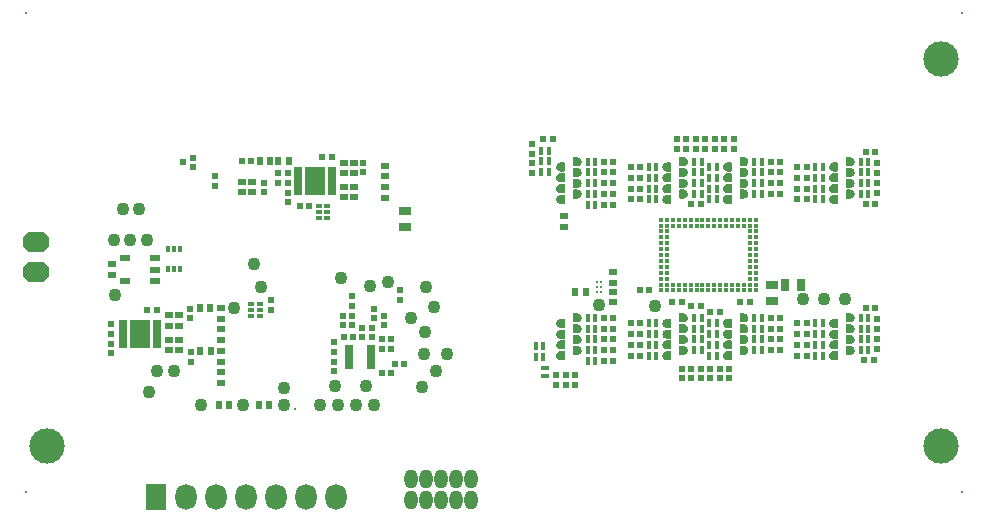
<source format=gbs>
G04*
G04 #@! TF.GenerationSoftware,Altium Limited,Altium Designer,24.3.1 (35)*
G04*
G04 Layer_Color=16711935*
%FSLAX44Y44*%
%MOMM*%
G71*
G04*
G04 #@! TF.SameCoordinates,35E8F126-3BB9-435E-BEC0-E910B6038B45*
G04*
G04*
G04 #@! TF.FilePolarity,Negative*
G04*
G01*
G75*
%ADD42R,0.5516X0.6516*%
%ADD44R,0.6216X0.6216*%
%ADD46C,3.0000*%
%ADD48R,0.6016X0.4016*%
%ADD54C,0.3116*%
%ADD55C,1.1016*%
%ADD56R,0.6516X0.5516*%
%ADD57R,0.8016X1.0016*%
%ADD62R,0.6216X0.6216*%
%ADD63R,1.0016X0.8016*%
%ADD65C,0.2032*%
G04:AMPARAMS|DCode=66|XSize=1.7018mm|YSize=2.1336mm|CornerRadius=0mm|HoleSize=0mm|Usage=FLASHONLY|Rotation=90.000|XOffset=0mm|YOffset=0mm|HoleType=Round|Shape=Octagon|*
%AMOCTAGOND66*
4,1,8,-1.0668,-0.4255,-1.0668,0.4255,-0.6414,0.8509,0.6414,0.8509,1.0668,0.4255,1.0668,-0.4255,0.6414,-0.8509,-0.6414,-0.8509,-1.0668,-0.4255,0.0*
%
%ADD66OCTAGOND66*%

%ADD67R,1.8016X2.2016*%
%ADD68O,1.8016X2.2016*%
%ADD69O,1.1024X1.6256*%
%ADD78C,0.2540*%
%ADD93R,0.6016X0.5716*%
%ADD94R,0.6016X0.4716*%
G04:AMPARAMS|DCode=95|XSize=0.4016mm|YSize=0.4016mm|CornerRadius=0.2008mm|HoleSize=0mm|Usage=FLASHONLY|Rotation=180.000|XOffset=0mm|YOffset=0mm|HoleType=Round|Shape=RoundedRectangle|*
%AMROUNDEDRECTD95*
21,1,0.4016,0.0000,0,0,180.0*
21,1,0.0000,0.4016,0,0,180.0*
1,1,0.4016,0.0000,0.0000*
1,1,0.4016,0.0000,0.0000*
1,1,0.4016,0.0000,0.0000*
1,1,0.4016,0.0000,0.0000*
%
%ADD95ROUNDEDRECTD95*%
%ADD96R,1.7516X2.4816*%
%ADD97R,0.8016X0.3516*%
%ADD98R,0.8763X0.5588*%
%ADD99R,0.4016X0.6016*%
%ADD100R,0.7016X2.1016*%
%ADD101R,0.4516X0.7516*%
%ADD102R,0.7516X0.4516*%
G36*
X1134007Y719204D02*
X1134107Y719195D01*
X1134107Y719195D01*
X1134745Y719068D01*
X1134745D01*
X1134767Y719061D01*
X1134841Y719039D01*
X1134841Y719039D01*
X1135442Y718790D01*
X1135530Y718743D01*
X1136071Y718381D01*
X1136148Y718318D01*
X1136608Y717858D01*
X1136671Y717781D01*
X1137033Y717240D01*
X1137033Y717240D01*
X1137049Y717209D01*
X1137080Y717151D01*
X1137080Y717151D01*
X1137329Y716551D01*
X1137358Y716455D01*
X1137485Y715817D01*
X1137495Y715717D01*
Y715067D01*
X1137485Y714967D01*
X1137358Y714329D01*
X1137329Y714233D01*
X1137080Y713633D01*
X1137033Y713544D01*
X1136671Y713003D01*
X1136608Y712926D01*
X1136148Y712466D01*
X1136070Y712403D01*
X1135530Y712041D01*
X1135530Y712041D01*
X1135499Y712025D01*
X1135442Y711994D01*
X1135441Y711994D01*
X1134841Y711745D01*
X1134745Y711716D01*
X1134107Y711589D01*
X1134007Y711580D01*
X1130682D01*
X1130582Y711589D01*
X1130487Y711618D01*
X1130398Y711666D01*
X1130321Y711729D01*
X1130258Y711806D01*
X1130210Y711895D01*
X1130181Y711990D01*
X1130172Y712090D01*
Y718694D01*
X1130181Y718794D01*
X1130210Y718889D01*
X1130258Y718978D01*
X1130321Y719055D01*
X1130398Y719118D01*
X1130487Y719166D01*
X1130582Y719195D01*
X1130682Y719204D01*
X1133682D01*
X1133682D01*
X1133682D01*
X1134007Y719204D01*
D02*
G37*
G36*
X1044091D02*
X1044191Y719195D01*
X1044191Y719195D01*
X1044829Y719068D01*
X1044829D01*
X1044851Y719061D01*
X1044925Y719039D01*
X1044925Y719039D01*
X1045526Y718790D01*
X1045614Y718743D01*
X1046155Y718381D01*
X1046232Y718318D01*
X1046692Y717858D01*
X1046755Y717781D01*
X1047117Y717240D01*
X1047117Y717240D01*
X1047133Y717209D01*
X1047164Y717151D01*
X1047164Y717151D01*
X1047413Y716551D01*
X1047442Y716455D01*
X1047569Y715817D01*
X1047579Y715717D01*
Y715067D01*
X1047569Y714967D01*
X1047442Y714329D01*
X1047413Y714233D01*
X1047164Y713633D01*
X1047117Y713544D01*
X1046755Y713003D01*
X1046692Y712926D01*
X1046232Y712466D01*
X1046154Y712403D01*
X1045614Y712041D01*
X1045614Y712041D01*
X1045583Y712025D01*
X1045526Y711994D01*
X1045525Y711994D01*
X1044925Y711745D01*
X1044829Y711716D01*
X1044191Y711589D01*
X1044091Y711580D01*
X1040766D01*
X1040666Y711589D01*
X1040571Y711618D01*
X1040482Y711666D01*
X1040405Y711729D01*
X1040342Y711806D01*
X1040294Y711895D01*
X1040265Y711990D01*
X1040256Y712090D01*
Y718694D01*
X1040265Y718794D01*
X1040294Y718889D01*
X1040342Y718978D01*
X1040405Y719055D01*
X1040482Y719118D01*
X1040571Y719166D01*
X1040666Y719195D01*
X1040766Y719204D01*
X1043766D01*
X1043766D01*
X1043766D01*
X1044091Y719204D01*
D02*
G37*
G36*
X992783D02*
X992883Y719195D01*
X992883Y719195D01*
X993521Y719068D01*
X993521D01*
X993543Y719061D01*
X993617Y719039D01*
X993617Y719039D01*
X994218Y718790D01*
X994306Y718743D01*
X994847Y718381D01*
X994924Y718318D01*
X995384Y717858D01*
X995447Y717781D01*
X995809Y717240D01*
X995809Y717240D01*
X995825Y717209D01*
X995856Y717151D01*
X995856Y717151D01*
X996105Y716551D01*
X996134Y716455D01*
X996261Y715817D01*
X996271Y715717D01*
Y715067D01*
X996261Y714967D01*
X996134Y714329D01*
X996105Y714233D01*
X995856Y713633D01*
X995809Y713544D01*
X995447Y713003D01*
X995384Y712926D01*
X994924Y712466D01*
X994846Y712403D01*
X994306Y712041D01*
X994306Y712041D01*
X994275Y712025D01*
X994218Y711994D01*
X994217Y711994D01*
X993617Y711745D01*
X993521Y711716D01*
X992883Y711589D01*
X992783Y711580D01*
X989458D01*
X989358Y711589D01*
X989263Y711618D01*
X989174Y711666D01*
X989097Y711729D01*
X989034Y711806D01*
X988986Y711895D01*
X988957Y711990D01*
X988948Y712090D01*
Y718694D01*
X988957Y718794D01*
X988986Y718889D01*
X989034Y718978D01*
X989097Y719055D01*
X989174Y719118D01*
X989263Y719166D01*
X989358Y719195D01*
X989458Y719204D01*
X992458D01*
X992458D01*
X992458D01*
X992783Y719204D01*
D02*
G37*
G36*
X902867D02*
X902967Y719195D01*
X902967Y719195D01*
X903605Y719068D01*
X903605D01*
X903627Y719061D01*
X903701Y719039D01*
X903701Y719039D01*
X904302Y718790D01*
X904390Y718743D01*
X904931Y718381D01*
X905008Y718318D01*
X905468Y717858D01*
X905531Y717781D01*
X905893Y717240D01*
X905893Y717240D01*
X905909Y717209D01*
X905940Y717151D01*
X905940Y717151D01*
X906189Y716551D01*
X906218Y716455D01*
X906345Y715817D01*
X906355Y715717D01*
Y715067D01*
X906345Y714967D01*
X906218Y714329D01*
X906189Y714233D01*
X905940Y713633D01*
X905893Y713544D01*
X905531Y713003D01*
X905468Y712926D01*
X905008Y712466D01*
X904930Y712403D01*
X904390Y712041D01*
X904390Y712041D01*
X904359Y712025D01*
X904302Y711994D01*
X904301Y711994D01*
X903701Y711745D01*
X903605Y711716D01*
X902967Y711589D01*
X902867Y711580D01*
X899542D01*
X899442Y711589D01*
X899347Y711618D01*
X899258Y711666D01*
X899181Y711729D01*
X899118Y711806D01*
X899070Y711895D01*
X899041Y711990D01*
X899032Y712090D01*
Y718694D01*
X899041Y718794D01*
X899070Y718889D01*
X899118Y718978D01*
X899181Y719055D01*
X899258Y719118D01*
X899347Y719166D01*
X899442Y719195D01*
X899542Y719204D01*
X902542D01*
X902542D01*
X902542D01*
X902867Y719204D01*
D02*
G37*
G36*
X1134007Y710061D02*
X1134107Y710051D01*
X1134107Y710051D01*
X1134745Y709924D01*
X1134745D01*
X1134767Y709917D01*
X1134841Y709895D01*
X1134841Y709895D01*
X1135442Y709646D01*
X1135530Y709599D01*
X1136071Y709237D01*
X1136148Y709174D01*
X1136608Y708714D01*
X1136671Y708636D01*
X1137033Y708096D01*
X1137033Y708096D01*
X1137049Y708065D01*
X1137080Y708007D01*
X1137080Y708007D01*
X1137329Y707406D01*
X1137358Y707311D01*
X1137485Y706673D01*
X1137495Y706573D01*
Y705923D01*
X1137485Y705823D01*
X1137358Y705185D01*
X1137329Y705089D01*
X1137080Y704489D01*
X1137033Y704400D01*
X1136671Y703859D01*
X1136608Y703782D01*
X1136148Y703322D01*
X1136070Y703259D01*
X1135530Y702897D01*
X1135530Y702897D01*
X1135499Y702881D01*
X1135442Y702850D01*
X1135441Y702850D01*
X1134841Y702601D01*
X1134745Y702572D01*
X1134107Y702445D01*
X1134007Y702436D01*
X1130682D01*
X1130582Y702445D01*
X1130487Y702474D01*
X1130398Y702522D01*
X1130321Y702585D01*
X1130258Y702662D01*
X1130210Y702751D01*
X1130181Y702846D01*
X1130172Y702946D01*
Y709550D01*
X1130181Y709650D01*
X1130210Y709745D01*
X1130258Y709834D01*
X1130321Y709911D01*
X1130398Y709974D01*
X1130487Y710022D01*
X1130582Y710051D01*
X1130682Y710061D01*
X1133682D01*
X1133682D01*
X1133682D01*
X1134007Y710061D01*
D02*
G37*
G36*
X1044091D02*
X1044191Y710051D01*
X1044191Y710051D01*
X1044829Y709924D01*
X1044829D01*
X1044851Y709917D01*
X1044925Y709895D01*
X1044925Y709895D01*
X1045526Y709646D01*
X1045614Y709599D01*
X1046155Y709237D01*
X1046232Y709174D01*
X1046692Y708714D01*
X1046755Y708636D01*
X1047117Y708096D01*
X1047117Y708096D01*
X1047133Y708065D01*
X1047164Y708007D01*
X1047164Y708007D01*
X1047413Y707406D01*
X1047442Y707311D01*
X1047569Y706673D01*
X1047579Y706573D01*
Y705923D01*
X1047569Y705823D01*
X1047442Y705185D01*
X1047413Y705089D01*
X1047164Y704489D01*
X1047117Y704400D01*
X1046755Y703859D01*
X1046692Y703782D01*
X1046232Y703322D01*
X1046154Y703259D01*
X1045614Y702897D01*
X1045614Y702897D01*
X1045583Y702881D01*
X1045526Y702850D01*
X1045525Y702850D01*
X1044925Y702601D01*
X1044829Y702572D01*
X1044191Y702445D01*
X1044091Y702436D01*
X1040766D01*
X1040666Y702445D01*
X1040571Y702474D01*
X1040482Y702522D01*
X1040405Y702585D01*
X1040342Y702662D01*
X1040294Y702751D01*
X1040265Y702846D01*
X1040256Y702946D01*
Y709550D01*
X1040265Y709650D01*
X1040294Y709745D01*
X1040342Y709834D01*
X1040405Y709911D01*
X1040482Y709974D01*
X1040571Y710022D01*
X1040666Y710051D01*
X1040766Y710061D01*
X1043766D01*
X1043766D01*
X1043766D01*
X1044091Y710061D01*
D02*
G37*
G36*
X992783D02*
X992883Y710051D01*
X992883Y710051D01*
X993521Y709924D01*
X993521D01*
X993543Y709917D01*
X993617Y709895D01*
X993617Y709895D01*
X994218Y709646D01*
X994306Y709599D01*
X994847Y709237D01*
X994924Y709174D01*
X995384Y708714D01*
X995447Y708636D01*
X995809Y708096D01*
X995809Y708096D01*
X995825Y708065D01*
X995856Y708007D01*
X995856Y708007D01*
X996105Y707406D01*
X996134Y707311D01*
X996261Y706673D01*
X996271Y706573D01*
Y705923D01*
X996261Y705823D01*
X996134Y705185D01*
X996105Y705089D01*
X995856Y704489D01*
X995809Y704400D01*
X995447Y703859D01*
X995384Y703782D01*
X994924Y703322D01*
X994846Y703259D01*
X994306Y702897D01*
X994306Y702897D01*
X994275Y702881D01*
X994218Y702850D01*
X994217Y702850D01*
X993617Y702601D01*
X993521Y702572D01*
X992883Y702445D01*
X992783Y702436D01*
X989458D01*
X989358Y702445D01*
X989263Y702474D01*
X989174Y702522D01*
X989097Y702585D01*
X989034Y702662D01*
X988986Y702751D01*
X988957Y702846D01*
X988948Y702946D01*
Y709550D01*
X988957Y709650D01*
X988986Y709745D01*
X989034Y709834D01*
X989097Y709911D01*
X989174Y709974D01*
X989263Y710022D01*
X989358Y710051D01*
X989458Y710061D01*
X992458D01*
X992458D01*
X992458D01*
X992783Y710061D01*
D02*
G37*
G36*
X902867D02*
X902967Y710051D01*
X902967Y710051D01*
X903605Y709924D01*
X903605D01*
X903627Y709917D01*
X903701Y709895D01*
X903701Y709895D01*
X904302Y709646D01*
X904390Y709599D01*
X904931Y709237D01*
X905008Y709174D01*
X905468Y708714D01*
X905531Y708636D01*
X905893Y708096D01*
X905893Y708096D01*
X905909Y708065D01*
X905940Y708007D01*
X905940Y708007D01*
X906189Y707406D01*
X906218Y707311D01*
X906345Y706673D01*
X906355Y706573D01*
Y705923D01*
X906345Y705823D01*
X906218Y705185D01*
X906189Y705089D01*
X905940Y704489D01*
X905893Y704400D01*
X905531Y703859D01*
X905468Y703782D01*
X905008Y703322D01*
X904930Y703259D01*
X904390Y702897D01*
X904390Y702897D01*
X904359Y702881D01*
X904302Y702850D01*
X904301Y702850D01*
X903701Y702601D01*
X903605Y702572D01*
X902967Y702445D01*
X902867Y702436D01*
X899542D01*
X899442Y702445D01*
X899347Y702474D01*
X899258Y702522D01*
X899181Y702585D01*
X899118Y702662D01*
X899070Y702751D01*
X899041Y702846D01*
X899032Y702946D01*
Y709550D01*
X899041Y709650D01*
X899070Y709745D01*
X899118Y709834D01*
X899181Y709911D01*
X899258Y709974D01*
X899347Y710022D01*
X899442Y710051D01*
X899542Y710061D01*
X902542D01*
X902542D01*
X902542D01*
X902867Y710061D01*
D02*
G37*
G36*
X1122908Y714623D02*
X1123003Y714594D01*
X1123092Y714546D01*
X1123169Y714483D01*
X1123232Y714406D01*
X1123280Y714317D01*
X1123309Y714222D01*
X1123318Y714122D01*
Y707518D01*
X1123309Y707418D01*
X1123280Y707323D01*
X1123232Y707234D01*
X1123169Y707157D01*
X1123092Y707094D01*
X1123003Y707046D01*
X1122908Y707017D01*
X1122808Y707008D01*
X1119483D01*
X1119383Y707017D01*
X1118745Y707144D01*
X1118650Y707173D01*
X1118049Y707422D01*
X1117960Y707469D01*
X1117420Y707831D01*
X1117342Y707894D01*
X1116882Y708354D01*
X1116819Y708431D01*
X1116458Y708972D01*
X1116457Y708972D01*
X1116441Y709003D01*
X1116410Y709061D01*
X1116410Y709061D01*
X1116161Y709661D01*
X1116132Y709757D01*
X1116005Y710395D01*
X1115996Y710495D01*
Y710495D01*
D01*
X1115996Y711145D01*
X1116005Y711245D01*
X1116005Y711245D01*
X1116132Y711883D01*
Y711883D01*
X1116139Y711905D01*
X1116161Y711979D01*
X1116161Y711979D01*
X1116410Y712579D01*
X1116457Y712668D01*
X1116819Y713208D01*
X1116882Y713286D01*
X1117342Y713746D01*
X1117420Y713809D01*
X1117960Y714171D01*
X1117960Y714171D01*
X1117991Y714187D01*
X1118049Y714218D01*
X1118049Y714218D01*
X1118650Y714467D01*
X1118745Y714496D01*
X1119383Y714623D01*
X1119483Y714632D01*
X1122808D01*
X1122908Y714623D01*
D02*
G37*
G36*
X1032992D02*
X1033087Y714594D01*
X1033176Y714546D01*
X1033253Y714483D01*
X1033316Y714406D01*
X1033364Y714317D01*
X1033393Y714222D01*
X1033402Y714122D01*
Y707518D01*
X1033393Y707418D01*
X1033364Y707323D01*
X1033316Y707234D01*
X1033253Y707157D01*
X1033176Y707094D01*
X1033087Y707046D01*
X1032992Y707017D01*
X1032892Y707008D01*
X1029567D01*
X1029467Y707017D01*
X1028829Y707144D01*
X1028734Y707173D01*
X1028133Y707422D01*
X1028044Y707469D01*
X1027504Y707831D01*
X1027426Y707894D01*
X1026966Y708354D01*
X1026903Y708431D01*
X1026542Y708972D01*
X1026541Y708972D01*
X1026525Y709003D01*
X1026494Y709061D01*
X1026494Y709061D01*
X1026245Y709661D01*
X1026216Y709757D01*
X1026089Y710395D01*
X1026080Y710495D01*
Y710495D01*
D01*
X1026080Y711145D01*
X1026089Y711245D01*
X1026089Y711245D01*
X1026216Y711883D01*
Y711883D01*
X1026223Y711905D01*
X1026245Y711979D01*
X1026245Y711979D01*
X1026494Y712579D01*
X1026541Y712668D01*
X1026903Y713208D01*
X1026966Y713286D01*
X1027426Y713746D01*
X1027504Y713809D01*
X1028044Y714171D01*
X1028044Y714171D01*
X1028075Y714187D01*
X1028133Y714218D01*
X1028133Y714218D01*
X1028734Y714467D01*
X1028829Y714496D01*
X1029467Y714623D01*
X1029567Y714632D01*
X1032892D01*
X1032992Y714623D01*
D02*
G37*
G36*
X981684D02*
X981779Y714594D01*
X981868Y714546D01*
X981945Y714483D01*
X982009Y714406D01*
X982056Y714317D01*
X982085Y714222D01*
X982094Y714122D01*
Y707518D01*
X982085Y707418D01*
X982056Y707323D01*
X982009Y707234D01*
X981945Y707157D01*
X981868Y707094D01*
X981779Y707046D01*
X981684Y707017D01*
X981584Y707008D01*
X978259D01*
X978159Y707017D01*
X977521Y707144D01*
X977426Y707173D01*
X976825Y707422D01*
X976736Y707469D01*
X976196Y707831D01*
X976118Y707894D01*
X975658Y708354D01*
X975595Y708431D01*
X975234Y708972D01*
X975233Y708972D01*
X975217Y709003D01*
X975186Y709061D01*
X975186Y709061D01*
X974937Y709661D01*
X974908Y709757D01*
X974781Y710395D01*
X974772Y710495D01*
Y710495D01*
D01*
X974772Y711145D01*
X974781Y711245D01*
X974781Y711245D01*
X974908Y711883D01*
Y711883D01*
X974915Y711905D01*
X974937Y711979D01*
X974937Y711979D01*
X975186Y712579D01*
X975233Y712668D01*
X975595Y713208D01*
X975658Y713286D01*
X976118Y713746D01*
X976196Y713809D01*
X976736Y714171D01*
X976736Y714171D01*
X976767Y714187D01*
X976825Y714218D01*
X976825Y714218D01*
X977426Y714467D01*
X977521Y714496D01*
X978159Y714623D01*
X978259Y714632D01*
X981584D01*
X981684Y714623D01*
D02*
G37*
G36*
X891768D02*
X891863Y714594D01*
X891952Y714546D01*
X892029Y714483D01*
X892093Y714406D01*
X892140Y714317D01*
X892169Y714222D01*
X892178Y714122D01*
Y707518D01*
X892169Y707418D01*
X892140Y707323D01*
X892093Y707234D01*
X892029Y707157D01*
X891952Y707094D01*
X891863Y707046D01*
X891768Y707017D01*
X891668Y707008D01*
X888343D01*
X888243Y707017D01*
X887605Y707144D01*
X887510Y707173D01*
X886909Y707422D01*
X886820Y707469D01*
X886280Y707831D01*
X886202Y707894D01*
X885742Y708354D01*
X885679Y708431D01*
X885318Y708972D01*
X885317Y708972D01*
X885301Y709003D01*
X885270Y709061D01*
X885270Y709061D01*
X885021Y709661D01*
X884992Y709757D01*
X884865Y710395D01*
X884856Y710495D01*
Y710495D01*
D01*
X884856Y711145D01*
X884865Y711245D01*
X884865Y711245D01*
X884992Y711883D01*
Y711883D01*
X884999Y711905D01*
X885021Y711979D01*
X885021Y711979D01*
X885270Y712579D01*
X885317Y712668D01*
X885679Y713208D01*
X885742Y713286D01*
X886202Y713746D01*
X886280Y713809D01*
X886820Y714171D01*
X886820Y714171D01*
X886851Y714187D01*
X886909Y714218D01*
X886909Y714218D01*
X887510Y714467D01*
X887605Y714496D01*
X888243Y714623D01*
X888343Y714632D01*
X891668D01*
X891768Y714623D01*
D02*
G37*
G36*
X1134007Y700917D02*
X1134107Y700907D01*
X1134107Y700907D01*
X1134745Y700780D01*
X1134745D01*
X1134767Y700773D01*
X1134841Y700751D01*
X1134841Y700751D01*
X1135442Y700502D01*
X1135530Y700455D01*
X1136071Y700093D01*
X1136148Y700030D01*
X1136608Y699570D01*
X1136671Y699492D01*
X1137033Y698952D01*
X1137033Y698952D01*
X1137049Y698921D01*
X1137080Y698863D01*
X1137080Y698863D01*
X1137329Y698262D01*
X1137358Y698167D01*
X1137485Y697529D01*
X1137495Y697429D01*
Y696779D01*
X1137485Y696679D01*
X1137358Y696041D01*
X1137329Y695946D01*
X1137080Y695345D01*
X1137033Y695256D01*
X1136671Y694715D01*
X1136608Y694638D01*
X1136148Y694178D01*
X1136070Y694115D01*
X1135530Y693754D01*
X1135530Y693753D01*
X1135499Y693737D01*
X1135442Y693706D01*
X1135441Y693706D01*
X1134841Y693457D01*
X1134745Y693428D01*
X1134107Y693301D01*
X1134007Y693292D01*
X1130682D01*
X1130582Y693301D01*
X1130487Y693330D01*
X1130398Y693378D01*
X1130321Y693441D01*
X1130258Y693518D01*
X1130210Y693607D01*
X1130181Y693702D01*
X1130172Y693802D01*
Y700406D01*
X1130181Y700506D01*
X1130210Y700601D01*
X1130258Y700690D01*
X1130321Y700767D01*
X1130398Y700830D01*
X1130487Y700878D01*
X1130582Y700907D01*
X1130682Y700917D01*
X1133682D01*
X1133682D01*
X1133682D01*
X1134007Y700917D01*
D02*
G37*
G36*
X1044091D02*
X1044191Y700907D01*
X1044191Y700907D01*
X1044829Y700780D01*
X1044829D01*
X1044851Y700773D01*
X1044925Y700751D01*
X1044925Y700751D01*
X1045526Y700502D01*
X1045614Y700455D01*
X1046155Y700093D01*
X1046232Y700030D01*
X1046692Y699570D01*
X1046755Y699492D01*
X1047117Y698952D01*
X1047117Y698952D01*
X1047133Y698921D01*
X1047164Y698863D01*
X1047164Y698863D01*
X1047413Y698262D01*
X1047442Y698167D01*
X1047569Y697529D01*
X1047579Y697429D01*
Y696779D01*
X1047569Y696679D01*
X1047442Y696041D01*
X1047413Y695946D01*
X1047164Y695345D01*
X1047117Y695256D01*
X1046755Y694715D01*
X1046692Y694638D01*
X1046232Y694178D01*
X1046154Y694115D01*
X1045614Y693754D01*
X1045614Y693753D01*
X1045583Y693737D01*
X1045526Y693706D01*
X1045525Y693706D01*
X1044925Y693457D01*
X1044829Y693428D01*
X1044191Y693301D01*
X1044091Y693292D01*
X1040766D01*
X1040666Y693301D01*
X1040571Y693330D01*
X1040482Y693378D01*
X1040405Y693441D01*
X1040342Y693518D01*
X1040294Y693607D01*
X1040265Y693702D01*
X1040256Y693802D01*
Y700406D01*
X1040265Y700506D01*
X1040294Y700601D01*
X1040342Y700690D01*
X1040405Y700767D01*
X1040482Y700830D01*
X1040571Y700878D01*
X1040666Y700907D01*
X1040766Y700917D01*
X1043766D01*
X1043766D01*
X1043766D01*
X1044091Y700917D01*
D02*
G37*
G36*
X992783D02*
X992883Y700907D01*
X992883Y700907D01*
X993521Y700780D01*
X993521D01*
X993543Y700773D01*
X993617Y700751D01*
X993617Y700751D01*
X994218Y700502D01*
X994306Y700455D01*
X994847Y700093D01*
X994924Y700030D01*
X995384Y699570D01*
X995447Y699492D01*
X995809Y698952D01*
X995809Y698952D01*
X995825Y698921D01*
X995856Y698863D01*
X995856Y698863D01*
X996105Y698262D01*
X996134Y698167D01*
X996261Y697529D01*
X996271Y697429D01*
Y696779D01*
X996261Y696679D01*
X996134Y696041D01*
X996105Y695946D01*
X995856Y695345D01*
X995809Y695256D01*
X995447Y694715D01*
X995384Y694638D01*
X994924Y694178D01*
X994846Y694115D01*
X994306Y693754D01*
X994306Y693753D01*
X994275Y693737D01*
X994218Y693706D01*
X994217Y693706D01*
X993617Y693457D01*
X993521Y693428D01*
X992883Y693301D01*
X992783Y693292D01*
X989458D01*
X989358Y693301D01*
X989263Y693330D01*
X989174Y693378D01*
X989097Y693441D01*
X989034Y693518D01*
X988986Y693607D01*
X988957Y693702D01*
X988948Y693802D01*
Y700406D01*
X988957Y700506D01*
X988986Y700601D01*
X989034Y700690D01*
X989097Y700767D01*
X989174Y700830D01*
X989263Y700878D01*
X989358Y700907D01*
X989458Y700917D01*
X992458D01*
X992458D01*
X992458D01*
X992783Y700917D01*
D02*
G37*
G36*
X902867D02*
X902967Y700907D01*
X902967Y700907D01*
X903605Y700780D01*
X903605D01*
X903627Y700773D01*
X903701Y700751D01*
X903701Y700751D01*
X904302Y700502D01*
X904390Y700455D01*
X904931Y700093D01*
X905008Y700030D01*
X905468Y699570D01*
X905531Y699492D01*
X905893Y698952D01*
X905893Y698952D01*
X905909Y698921D01*
X905940Y698863D01*
X905940Y698863D01*
X906189Y698262D01*
X906218Y698167D01*
X906345Y697529D01*
X906355Y697429D01*
Y696779D01*
X906345Y696679D01*
X906218Y696041D01*
X906189Y695946D01*
X905940Y695345D01*
X905893Y695256D01*
X905531Y694715D01*
X905468Y694638D01*
X905008Y694178D01*
X904930Y694115D01*
X904390Y693754D01*
X904390Y693753D01*
X904359Y693737D01*
X904302Y693706D01*
X904301Y693706D01*
X903701Y693457D01*
X903605Y693428D01*
X902967Y693301D01*
X902867Y693292D01*
X899542D01*
X899442Y693301D01*
X899347Y693330D01*
X899258Y693378D01*
X899181Y693441D01*
X899118Y693518D01*
X899070Y693607D01*
X899041Y693702D01*
X899032Y693802D01*
Y700406D01*
X899041Y700506D01*
X899070Y700601D01*
X899118Y700690D01*
X899181Y700767D01*
X899258Y700830D01*
X899347Y700878D01*
X899442Y700907D01*
X899542Y700917D01*
X902542D01*
X902542D01*
X902542D01*
X902867Y700917D01*
D02*
G37*
G36*
X1122908Y705479D02*
X1123003Y705450D01*
X1123092Y705402D01*
X1123169Y705339D01*
X1123232Y705262D01*
X1123280Y705173D01*
X1123309Y705078D01*
X1123318Y704978D01*
Y698374D01*
X1123309Y698274D01*
X1123280Y698179D01*
X1123232Y698090D01*
X1123169Y698013D01*
X1123092Y697950D01*
X1123003Y697902D01*
X1122908Y697873D01*
X1122808Y697864D01*
X1119483D01*
X1119383Y697873D01*
X1118745Y698000D01*
X1118650Y698029D01*
X1118049Y698278D01*
X1117960Y698325D01*
X1117420Y698687D01*
X1117342Y698750D01*
X1116882Y699210D01*
X1116819Y699287D01*
X1116458Y699828D01*
X1116457Y699828D01*
X1116441Y699859D01*
X1116410Y699917D01*
X1116410Y699917D01*
X1116161Y700518D01*
X1116132Y700613D01*
X1116005Y701251D01*
X1115996Y701351D01*
Y701351D01*
D01*
X1115996Y702001D01*
X1116005Y702101D01*
X1116005Y702101D01*
X1116132Y702739D01*
Y702739D01*
X1116139Y702761D01*
X1116161Y702834D01*
X1116161Y702835D01*
X1116410Y703435D01*
X1116457Y703524D01*
X1116819Y704064D01*
X1116882Y704142D01*
X1117342Y704602D01*
X1117420Y704665D01*
X1117960Y705026D01*
X1117960Y705027D01*
X1117991Y705043D01*
X1118049Y705074D01*
X1118049Y705074D01*
X1118650Y705323D01*
X1118745Y705352D01*
X1119383Y705479D01*
X1119483Y705489D01*
X1122808D01*
X1122908Y705479D01*
D02*
G37*
G36*
X1032992D02*
X1033087Y705450D01*
X1033176Y705402D01*
X1033253Y705339D01*
X1033316Y705262D01*
X1033364Y705173D01*
X1033393Y705078D01*
X1033402Y704978D01*
Y698374D01*
X1033393Y698274D01*
X1033364Y698179D01*
X1033316Y698090D01*
X1033253Y698013D01*
X1033176Y697950D01*
X1033087Y697902D01*
X1032992Y697873D01*
X1032892Y697864D01*
X1029567D01*
X1029467Y697873D01*
X1028829Y698000D01*
X1028734Y698029D01*
X1028133Y698278D01*
X1028044Y698325D01*
X1027504Y698687D01*
X1027426Y698750D01*
X1026966Y699210D01*
X1026903Y699287D01*
X1026542Y699828D01*
X1026541Y699828D01*
X1026525Y699859D01*
X1026494Y699917D01*
X1026494Y699917D01*
X1026245Y700518D01*
X1026216Y700613D01*
X1026089Y701251D01*
X1026080Y701351D01*
Y701351D01*
D01*
X1026080Y702001D01*
X1026089Y702101D01*
X1026089Y702101D01*
X1026216Y702739D01*
Y702739D01*
X1026223Y702761D01*
X1026245Y702834D01*
X1026245Y702835D01*
X1026494Y703435D01*
X1026541Y703524D01*
X1026903Y704064D01*
X1026966Y704142D01*
X1027426Y704602D01*
X1027504Y704665D01*
X1028044Y705026D01*
X1028044Y705027D01*
X1028075Y705043D01*
X1028133Y705074D01*
X1028133Y705074D01*
X1028734Y705323D01*
X1028829Y705352D01*
X1029467Y705479D01*
X1029567Y705489D01*
X1032892D01*
X1032992Y705479D01*
D02*
G37*
G36*
X981684D02*
X981779Y705450D01*
X981868Y705402D01*
X981945Y705339D01*
X982009Y705262D01*
X982056Y705173D01*
X982085Y705078D01*
X982094Y704978D01*
Y698374D01*
X982085Y698274D01*
X982056Y698179D01*
X982009Y698090D01*
X981945Y698013D01*
X981868Y697950D01*
X981779Y697902D01*
X981684Y697873D01*
X981584Y697864D01*
X978259D01*
X978159Y697873D01*
X977521Y698000D01*
X977426Y698029D01*
X976825Y698278D01*
X976736Y698325D01*
X976196Y698687D01*
X976118Y698750D01*
X975658Y699210D01*
X975595Y699287D01*
X975234Y699828D01*
X975233Y699828D01*
X975217Y699859D01*
X975186Y699917D01*
X975186Y699917D01*
X974937Y700518D01*
X974908Y700613D01*
X974781Y701251D01*
X974772Y701351D01*
Y701351D01*
D01*
X974772Y702001D01*
X974781Y702101D01*
X974781Y702101D01*
X974908Y702739D01*
Y702739D01*
X974915Y702761D01*
X974937Y702834D01*
X974937Y702835D01*
X975186Y703435D01*
X975233Y703524D01*
X975595Y704064D01*
X975658Y704142D01*
X976118Y704602D01*
X976196Y704665D01*
X976736Y705026D01*
X976736Y705027D01*
X976767Y705043D01*
X976825Y705074D01*
X976825Y705074D01*
X977426Y705323D01*
X977521Y705352D01*
X978159Y705479D01*
X978259Y705489D01*
X981584D01*
X981684Y705479D01*
D02*
G37*
G36*
X891768D02*
X891863Y705450D01*
X891952Y705402D01*
X892029Y705339D01*
X892093Y705262D01*
X892140Y705173D01*
X892169Y705078D01*
X892178Y704978D01*
Y698374D01*
X892169Y698274D01*
X892140Y698179D01*
X892093Y698090D01*
X892029Y698013D01*
X891952Y697950D01*
X891863Y697902D01*
X891768Y697873D01*
X891668Y697864D01*
X888343D01*
X888243Y697873D01*
X887605Y698000D01*
X887510Y698029D01*
X886909Y698278D01*
X886820Y698325D01*
X886280Y698687D01*
X886202Y698750D01*
X885742Y699210D01*
X885679Y699287D01*
X885318Y699828D01*
X885317Y699828D01*
X885301Y699859D01*
X885270Y699917D01*
X885270Y699917D01*
X885021Y700518D01*
X884992Y700613D01*
X884865Y701251D01*
X884856Y701351D01*
Y701351D01*
D01*
X884856Y702001D01*
X884865Y702101D01*
X884865Y702101D01*
X884992Y702739D01*
Y702739D01*
X884999Y702761D01*
X885021Y702834D01*
X885021Y702835D01*
X885270Y703435D01*
X885317Y703524D01*
X885679Y704064D01*
X885742Y704142D01*
X886202Y704602D01*
X886280Y704665D01*
X886820Y705026D01*
X886820Y705027D01*
X886851Y705043D01*
X886909Y705074D01*
X886909Y705074D01*
X887510Y705323D01*
X887605Y705352D01*
X888243Y705479D01*
X888343Y705489D01*
X891668D01*
X891768Y705479D01*
D02*
G37*
G36*
X1134007Y691773D02*
X1134107Y691763D01*
X1134107Y691763D01*
X1134745Y691636D01*
X1134745D01*
X1134767Y691629D01*
X1134841Y691607D01*
X1134841Y691607D01*
X1135442Y691358D01*
X1135530Y691311D01*
X1136071Y690949D01*
X1136148Y690886D01*
X1136608Y690426D01*
X1136671Y690349D01*
X1137033Y689808D01*
X1137033Y689808D01*
X1137049Y689777D01*
X1137080Y689719D01*
X1137080Y689719D01*
X1137329Y689118D01*
X1137358Y689023D01*
X1137485Y688385D01*
X1137495Y688285D01*
Y687635D01*
X1137485Y687535D01*
X1137358Y686897D01*
X1137329Y686802D01*
X1137080Y686201D01*
X1137033Y686112D01*
X1136671Y685572D01*
X1136608Y685494D01*
X1136148Y685034D01*
X1136070Y684971D01*
X1135530Y684610D01*
X1135530Y684609D01*
X1135499Y684593D01*
X1135442Y684562D01*
X1135441Y684562D01*
X1134841Y684313D01*
X1134745Y684284D01*
X1134107Y684157D01*
X1134007Y684148D01*
X1130682D01*
X1130582Y684157D01*
X1130487Y684186D01*
X1130398Y684234D01*
X1130321Y684297D01*
X1130258Y684374D01*
X1130210Y684463D01*
X1130181Y684558D01*
X1130172Y684658D01*
Y691262D01*
X1130181Y691362D01*
X1130210Y691457D01*
X1130258Y691546D01*
X1130321Y691623D01*
X1130398Y691686D01*
X1130487Y691734D01*
X1130582Y691763D01*
X1130682Y691773D01*
X1133682D01*
X1133682D01*
X1133682D01*
X1134007Y691773D01*
D02*
G37*
G36*
X1044091D02*
X1044191Y691763D01*
X1044191Y691763D01*
X1044829Y691636D01*
X1044829D01*
X1044851Y691629D01*
X1044925Y691607D01*
X1044925Y691607D01*
X1045526Y691358D01*
X1045614Y691311D01*
X1046155Y690949D01*
X1046232Y690886D01*
X1046692Y690426D01*
X1046755Y690349D01*
X1047117Y689808D01*
X1047117Y689808D01*
X1047133Y689777D01*
X1047164Y689719D01*
X1047164Y689719D01*
X1047413Y689118D01*
X1047442Y689023D01*
X1047569Y688385D01*
X1047579Y688285D01*
Y687635D01*
X1047569Y687535D01*
X1047442Y686897D01*
X1047413Y686802D01*
X1047164Y686201D01*
X1047117Y686112D01*
X1046755Y685572D01*
X1046692Y685494D01*
X1046232Y685034D01*
X1046154Y684971D01*
X1045614Y684610D01*
X1045614Y684609D01*
X1045583Y684593D01*
X1045526Y684562D01*
X1045525Y684562D01*
X1044925Y684313D01*
X1044829Y684284D01*
X1044191Y684157D01*
X1044091Y684148D01*
X1040766D01*
X1040666Y684157D01*
X1040571Y684186D01*
X1040482Y684234D01*
X1040405Y684297D01*
X1040342Y684374D01*
X1040294Y684463D01*
X1040265Y684558D01*
X1040256Y684658D01*
Y691262D01*
X1040265Y691362D01*
X1040294Y691457D01*
X1040342Y691546D01*
X1040405Y691623D01*
X1040482Y691686D01*
X1040571Y691734D01*
X1040666Y691763D01*
X1040766Y691773D01*
X1043766D01*
X1043766D01*
X1043766D01*
X1044091Y691773D01*
D02*
G37*
G36*
X992783D02*
X992883Y691763D01*
X992883Y691763D01*
X993521Y691636D01*
X993521D01*
X993543Y691629D01*
X993617Y691607D01*
X993617Y691607D01*
X994218Y691358D01*
X994306Y691311D01*
X994847Y690949D01*
X994924Y690886D01*
X995384Y690426D01*
X995447Y690349D01*
X995809Y689808D01*
X995809Y689808D01*
X995825Y689777D01*
X995856Y689719D01*
X995856Y689719D01*
X996105Y689118D01*
X996134Y689023D01*
X996261Y688385D01*
X996271Y688285D01*
Y687635D01*
X996261Y687535D01*
X996134Y686897D01*
X996105Y686802D01*
X995856Y686201D01*
X995809Y686112D01*
X995447Y685572D01*
X995384Y685494D01*
X994924Y685034D01*
X994846Y684971D01*
X994306Y684610D01*
X994306Y684609D01*
X994275Y684593D01*
X994218Y684562D01*
X994217Y684562D01*
X993617Y684313D01*
X993521Y684284D01*
X992883Y684157D01*
X992783Y684148D01*
X989458D01*
X989358Y684157D01*
X989263Y684186D01*
X989174Y684234D01*
X989097Y684297D01*
X989034Y684374D01*
X988986Y684463D01*
X988957Y684558D01*
X988948Y684658D01*
Y691262D01*
X988957Y691362D01*
X988986Y691457D01*
X989034Y691546D01*
X989097Y691623D01*
X989174Y691686D01*
X989263Y691734D01*
X989358Y691763D01*
X989458Y691773D01*
X992458D01*
X992458D01*
X992458D01*
X992783Y691773D01*
D02*
G37*
G36*
X902867D02*
X902967Y691763D01*
X902967Y691763D01*
X903605Y691636D01*
X903605D01*
X903627Y691629D01*
X903701Y691607D01*
X903701Y691607D01*
X904302Y691358D01*
X904390Y691311D01*
X904931Y690949D01*
X905008Y690886D01*
X905468Y690426D01*
X905531Y690349D01*
X905893Y689808D01*
X905893Y689808D01*
X905909Y689777D01*
X905940Y689719D01*
X905940Y689719D01*
X906189Y689118D01*
X906218Y689023D01*
X906345Y688385D01*
X906355Y688285D01*
Y687635D01*
X906345Y687535D01*
X906218Y686897D01*
X906189Y686802D01*
X905940Y686201D01*
X905893Y686112D01*
X905531Y685572D01*
X905468Y685494D01*
X905008Y685034D01*
X904930Y684971D01*
X904390Y684610D01*
X904390Y684609D01*
X904359Y684593D01*
X904302Y684562D01*
X904301Y684562D01*
X903701Y684313D01*
X903605Y684284D01*
X902967Y684157D01*
X902867Y684148D01*
X899542D01*
X899442Y684157D01*
X899347Y684186D01*
X899258Y684234D01*
X899181Y684297D01*
X899118Y684374D01*
X899070Y684463D01*
X899041Y684558D01*
X899032Y684658D01*
Y691262D01*
X899041Y691362D01*
X899070Y691457D01*
X899118Y691546D01*
X899181Y691623D01*
X899258Y691686D01*
X899347Y691734D01*
X899442Y691763D01*
X899542Y691773D01*
X902542D01*
X902542D01*
X902542D01*
X902867Y691773D01*
D02*
G37*
G36*
X1122908Y696335D02*
X1123003Y696306D01*
X1123092Y696258D01*
X1123169Y696195D01*
X1123232Y696118D01*
X1123280Y696029D01*
X1123309Y695934D01*
X1123318Y695834D01*
Y689230D01*
X1123309Y689130D01*
X1123280Y689035D01*
X1123232Y688946D01*
X1123169Y688869D01*
X1123092Y688806D01*
X1123003Y688758D01*
X1122908Y688729D01*
X1122808Y688720D01*
X1119483D01*
X1119383Y688729D01*
X1118745Y688856D01*
X1118650Y688885D01*
X1118049Y689134D01*
X1117960Y689181D01*
X1117420Y689543D01*
X1117342Y689606D01*
X1116882Y690066D01*
X1116819Y690144D01*
X1116458Y690684D01*
X1116457Y690684D01*
X1116441Y690715D01*
X1116410Y690773D01*
X1116410Y690773D01*
X1116161Y691374D01*
X1116132Y691469D01*
X1116005Y692107D01*
X1115996Y692207D01*
Y692207D01*
D01*
X1115996Y692857D01*
X1116005Y692957D01*
X1116005Y692957D01*
X1116132Y693595D01*
Y693595D01*
X1116139Y693617D01*
X1116161Y693690D01*
X1116161Y693691D01*
X1116410Y694291D01*
X1116457Y694380D01*
X1116819Y694921D01*
X1116882Y694998D01*
X1117342Y695458D01*
X1117420Y695521D01*
X1117960Y695882D01*
X1117960Y695883D01*
X1117991Y695899D01*
X1118049Y695930D01*
X1118049Y695930D01*
X1118650Y696179D01*
X1118745Y696208D01*
X1119383Y696335D01*
X1119483Y696345D01*
X1122808D01*
X1122908Y696335D01*
D02*
G37*
G36*
X1032992D02*
X1033087Y696306D01*
X1033176Y696258D01*
X1033253Y696195D01*
X1033316Y696118D01*
X1033364Y696029D01*
X1033393Y695934D01*
X1033402Y695834D01*
Y689230D01*
X1033393Y689130D01*
X1033364Y689035D01*
X1033316Y688946D01*
X1033253Y688869D01*
X1033176Y688806D01*
X1033087Y688758D01*
X1032992Y688729D01*
X1032892Y688720D01*
X1029567D01*
X1029467Y688729D01*
X1028829Y688856D01*
X1028734Y688885D01*
X1028133Y689134D01*
X1028044Y689181D01*
X1027504Y689543D01*
X1027426Y689606D01*
X1026966Y690066D01*
X1026903Y690144D01*
X1026542Y690684D01*
X1026541Y690684D01*
X1026525Y690715D01*
X1026494Y690773D01*
X1026494Y690773D01*
X1026245Y691374D01*
X1026216Y691469D01*
X1026089Y692107D01*
X1026080Y692207D01*
Y692207D01*
D01*
X1026080Y692857D01*
X1026089Y692957D01*
X1026089Y692957D01*
X1026216Y693595D01*
Y693595D01*
X1026223Y693617D01*
X1026245Y693690D01*
X1026245Y693691D01*
X1026494Y694291D01*
X1026541Y694380D01*
X1026903Y694921D01*
X1026966Y694998D01*
X1027426Y695458D01*
X1027504Y695521D01*
X1028044Y695882D01*
X1028044Y695883D01*
X1028075Y695899D01*
X1028133Y695930D01*
X1028133Y695930D01*
X1028734Y696179D01*
X1028829Y696208D01*
X1029467Y696335D01*
X1029567Y696345D01*
X1032892D01*
X1032992Y696335D01*
D02*
G37*
G36*
X981684D02*
X981779Y696306D01*
X981868Y696258D01*
X981945Y696195D01*
X982009Y696118D01*
X982056Y696029D01*
X982085Y695934D01*
X982094Y695834D01*
Y689230D01*
X982085Y689130D01*
X982056Y689035D01*
X982009Y688946D01*
X981945Y688869D01*
X981868Y688806D01*
X981779Y688758D01*
X981684Y688729D01*
X981584Y688720D01*
X978259D01*
X978159Y688729D01*
X977521Y688856D01*
X977426Y688885D01*
X976825Y689134D01*
X976736Y689181D01*
X976196Y689543D01*
X976118Y689606D01*
X975658Y690066D01*
X975595Y690144D01*
X975234Y690684D01*
X975233Y690684D01*
X975217Y690715D01*
X975186Y690773D01*
X975186Y690773D01*
X974937Y691374D01*
X974908Y691469D01*
X974781Y692107D01*
X974772Y692207D01*
Y692207D01*
D01*
X974772Y692857D01*
X974781Y692957D01*
X974781Y692957D01*
X974908Y693595D01*
Y693595D01*
X974915Y693617D01*
X974937Y693690D01*
X974937Y693691D01*
X975186Y694291D01*
X975233Y694380D01*
X975595Y694921D01*
X975658Y694998D01*
X976118Y695458D01*
X976196Y695521D01*
X976736Y695882D01*
X976736Y695883D01*
X976767Y695899D01*
X976825Y695930D01*
X976825Y695930D01*
X977426Y696179D01*
X977521Y696208D01*
X978159Y696335D01*
X978259Y696345D01*
X981584D01*
X981684Y696335D01*
D02*
G37*
G36*
X891768D02*
X891863Y696306D01*
X891952Y696258D01*
X892029Y696195D01*
X892093Y696118D01*
X892140Y696029D01*
X892169Y695934D01*
X892178Y695834D01*
Y689230D01*
X892169Y689130D01*
X892140Y689035D01*
X892093Y688946D01*
X892029Y688869D01*
X891952Y688806D01*
X891863Y688758D01*
X891768Y688729D01*
X891668Y688720D01*
X888343D01*
X888243Y688729D01*
X887605Y688856D01*
X887510Y688885D01*
X886909Y689134D01*
X886820Y689181D01*
X886280Y689543D01*
X886202Y689606D01*
X885742Y690066D01*
X885679Y690144D01*
X885318Y690684D01*
X885317Y690684D01*
X885301Y690715D01*
X885270Y690773D01*
X885270Y690773D01*
X885021Y691374D01*
X884992Y691469D01*
X884865Y692107D01*
X884856Y692207D01*
Y692207D01*
D01*
X884856Y692857D01*
X884865Y692957D01*
X884865Y692957D01*
X884992Y693595D01*
Y693595D01*
X884999Y693617D01*
X885021Y693690D01*
X885021Y693691D01*
X885270Y694291D01*
X885317Y694380D01*
X885679Y694921D01*
X885742Y694998D01*
X886202Y695458D01*
X886280Y695521D01*
X886820Y695882D01*
X886820Y695883D01*
X886851Y695899D01*
X886909Y695930D01*
X886909Y695930D01*
X887510Y696179D01*
X887605Y696208D01*
X888243Y696335D01*
X888343Y696345D01*
X891668D01*
X891768Y696335D01*
D02*
G37*
G36*
X698393Y687766D02*
X691393D01*
Y710266D01*
X698393D01*
Y687766D01*
D02*
G37*
G36*
X669893D02*
X662893D01*
Y710266D01*
X669893D01*
Y687766D01*
D02*
G37*
G36*
X1122908Y687191D02*
X1123003Y687162D01*
X1123092Y687114D01*
X1123169Y687051D01*
X1123232Y686974D01*
X1123280Y686885D01*
X1123309Y686790D01*
X1123318Y686690D01*
Y680086D01*
X1123309Y679986D01*
X1123280Y679891D01*
X1123232Y679802D01*
X1123169Y679725D01*
X1123092Y679662D01*
X1123003Y679614D01*
X1122908Y679585D01*
X1122808Y679576D01*
X1119483D01*
X1119383Y679585D01*
X1118745Y679712D01*
X1118650Y679741D01*
X1118049Y679990D01*
X1117960Y680037D01*
X1117420Y680399D01*
X1117342Y680462D01*
X1116882Y680922D01*
X1116819Y681000D01*
X1116458Y681540D01*
X1116457Y681540D01*
X1116441Y681571D01*
X1116410Y681629D01*
X1116410Y681629D01*
X1116161Y682230D01*
X1116132Y682325D01*
X1116005Y682963D01*
X1115996Y683063D01*
Y683063D01*
D01*
X1115996Y683713D01*
X1116005Y683813D01*
X1116005Y683813D01*
X1116132Y684451D01*
Y684451D01*
X1116139Y684473D01*
X1116161Y684547D01*
X1116161Y684547D01*
X1116410Y685147D01*
X1116457Y685236D01*
X1116819Y685777D01*
X1116882Y685854D01*
X1117342Y686314D01*
X1117420Y686377D01*
X1117960Y686739D01*
X1117960Y686739D01*
X1117991Y686755D01*
X1118049Y686786D01*
X1118049Y686786D01*
X1118650Y687035D01*
X1118745Y687064D01*
X1119383Y687191D01*
X1119483Y687200D01*
X1122808D01*
X1122908Y687191D01*
D02*
G37*
G36*
X1032992D02*
X1033087Y687162D01*
X1033176Y687114D01*
X1033253Y687051D01*
X1033316Y686974D01*
X1033364Y686885D01*
X1033393Y686790D01*
X1033402Y686690D01*
Y680086D01*
X1033393Y679986D01*
X1033364Y679891D01*
X1033316Y679802D01*
X1033253Y679725D01*
X1033176Y679662D01*
X1033087Y679614D01*
X1032992Y679585D01*
X1032892Y679576D01*
X1029567D01*
X1029467Y679585D01*
X1028829Y679712D01*
X1028734Y679741D01*
X1028133Y679990D01*
X1028044Y680037D01*
X1027504Y680399D01*
X1027426Y680462D01*
X1026966Y680922D01*
X1026903Y681000D01*
X1026542Y681540D01*
X1026541Y681540D01*
X1026525Y681571D01*
X1026494Y681629D01*
X1026494Y681629D01*
X1026245Y682230D01*
X1026216Y682325D01*
X1026089Y682963D01*
X1026080Y683063D01*
Y683063D01*
D01*
X1026080Y683713D01*
X1026089Y683813D01*
X1026089Y683813D01*
X1026216Y684451D01*
Y684451D01*
X1026223Y684473D01*
X1026245Y684547D01*
X1026245Y684547D01*
X1026494Y685147D01*
X1026541Y685236D01*
X1026903Y685777D01*
X1026966Y685854D01*
X1027426Y686314D01*
X1027504Y686377D01*
X1028044Y686739D01*
X1028044Y686739D01*
X1028075Y686755D01*
X1028133Y686786D01*
X1028133Y686786D01*
X1028734Y687035D01*
X1028829Y687064D01*
X1029467Y687191D01*
X1029567Y687200D01*
X1032892D01*
X1032992Y687191D01*
D02*
G37*
G36*
X981684D02*
X981779Y687162D01*
X981868Y687114D01*
X981945Y687051D01*
X982009Y686974D01*
X982056Y686885D01*
X982085Y686790D01*
X982094Y686690D01*
Y680086D01*
X982085Y679986D01*
X982056Y679891D01*
X982009Y679802D01*
X981945Y679725D01*
X981868Y679662D01*
X981779Y679614D01*
X981684Y679585D01*
X981584Y679576D01*
X978259D01*
X978159Y679585D01*
X977521Y679712D01*
X977426Y679741D01*
X976825Y679990D01*
X976736Y680037D01*
X976196Y680399D01*
X976118Y680462D01*
X975658Y680922D01*
X975595Y681000D01*
X975234Y681540D01*
X975233Y681540D01*
X975217Y681571D01*
X975186Y681629D01*
X975186Y681629D01*
X974937Y682230D01*
X974908Y682325D01*
X974781Y682963D01*
X974772Y683063D01*
Y683063D01*
D01*
X974772Y683713D01*
X974781Y683813D01*
X974781Y683813D01*
X974908Y684451D01*
Y684451D01*
X974915Y684473D01*
X974937Y684547D01*
X974937Y684547D01*
X975186Y685147D01*
X975233Y685236D01*
X975595Y685777D01*
X975658Y685854D01*
X976118Y686314D01*
X976196Y686377D01*
X976736Y686739D01*
X976736Y686739D01*
X976767Y686755D01*
X976825Y686786D01*
X976825Y686786D01*
X977426Y687035D01*
X977521Y687064D01*
X978159Y687191D01*
X978259Y687200D01*
X981584D01*
X981684Y687191D01*
D02*
G37*
G36*
X891768D02*
X891863Y687162D01*
X891952Y687114D01*
X892029Y687051D01*
X892093Y686974D01*
X892140Y686885D01*
X892169Y686790D01*
X892178Y686690D01*
Y680086D01*
X892169Y679986D01*
X892140Y679891D01*
X892093Y679802D01*
X892029Y679725D01*
X891952Y679662D01*
X891863Y679614D01*
X891768Y679585D01*
X891668Y679576D01*
X888343D01*
X888243Y679585D01*
X887605Y679712D01*
X887510Y679741D01*
X886909Y679990D01*
X886820Y680037D01*
X886280Y680399D01*
X886202Y680462D01*
X885742Y680922D01*
X885679Y681000D01*
X885318Y681540D01*
X885317Y681540D01*
X885301Y681571D01*
X885270Y681629D01*
X885270Y681629D01*
X885021Y682230D01*
X884992Y682325D01*
X884865Y682963D01*
X884856Y683063D01*
Y683063D01*
D01*
X884856Y683713D01*
X884865Y683813D01*
X884865Y683813D01*
X884992Y684451D01*
Y684451D01*
X884999Y684473D01*
X885021Y684547D01*
X885021Y684547D01*
X885270Y685147D01*
X885317Y685236D01*
X885679Y685777D01*
X885742Y685854D01*
X886202Y686314D01*
X886280Y686377D01*
X886820Y686739D01*
X886820Y686739D01*
X886851Y686755D01*
X886909Y686786D01*
X886909Y686786D01*
X887510Y687035D01*
X887605Y687064D01*
X888243Y687191D01*
X888343Y687200D01*
X891668D01*
X891768Y687191D01*
D02*
G37*
G36*
X1134007Y586870D02*
X1134107Y586861D01*
X1134107Y586861D01*
X1134745Y586734D01*
X1134745D01*
X1134767Y586727D01*
X1134841Y586705D01*
X1134841Y586705D01*
X1135442Y586456D01*
X1135530Y586409D01*
X1136071Y586047D01*
X1136148Y585984D01*
X1136608Y585524D01*
X1136671Y585447D01*
X1137033Y584906D01*
X1137033Y584906D01*
X1137049Y584875D01*
X1137080Y584817D01*
X1137080Y584817D01*
X1137329Y584216D01*
X1137358Y584121D01*
X1137485Y583483D01*
X1137495Y583383D01*
Y582733D01*
X1137485Y582633D01*
X1137358Y581995D01*
X1137329Y581899D01*
X1137080Y581299D01*
X1137033Y581210D01*
X1136671Y580670D01*
X1136608Y580592D01*
X1136148Y580132D01*
X1136070Y580069D01*
X1135530Y579707D01*
X1135530Y579707D01*
X1135499Y579691D01*
X1135442Y579660D01*
X1135441Y579660D01*
X1134841Y579411D01*
X1134745Y579382D01*
X1134107Y579255D01*
X1134007Y579246D01*
X1130682D01*
X1130582Y579255D01*
X1130487Y579284D01*
X1130398Y579332D01*
X1130321Y579395D01*
X1130258Y579472D01*
X1130210Y579561D01*
X1130181Y579656D01*
X1130172Y579756D01*
Y586360D01*
X1130181Y586460D01*
X1130210Y586555D01*
X1130258Y586644D01*
X1130321Y586721D01*
X1130398Y586784D01*
X1130487Y586832D01*
X1130582Y586861D01*
X1130682Y586870D01*
X1133682D01*
X1133682D01*
X1133682D01*
X1134007Y586870D01*
D02*
G37*
G36*
X1044091D02*
X1044191Y586861D01*
X1044191Y586861D01*
X1044829Y586734D01*
X1044829D01*
X1044851Y586727D01*
X1044925Y586705D01*
X1044925Y586705D01*
X1045526Y586456D01*
X1045614Y586409D01*
X1046155Y586047D01*
X1046232Y585984D01*
X1046692Y585524D01*
X1046755Y585447D01*
X1047117Y584906D01*
X1047117Y584906D01*
X1047133Y584875D01*
X1047164Y584817D01*
X1047164Y584817D01*
X1047413Y584216D01*
X1047442Y584121D01*
X1047569Y583483D01*
X1047579Y583383D01*
Y582733D01*
X1047569Y582633D01*
X1047442Y581995D01*
X1047413Y581899D01*
X1047164Y581299D01*
X1047117Y581210D01*
X1046755Y580670D01*
X1046692Y580592D01*
X1046232Y580132D01*
X1046154Y580069D01*
X1045614Y579707D01*
X1045614Y579707D01*
X1045583Y579691D01*
X1045526Y579660D01*
X1045525Y579660D01*
X1044925Y579411D01*
X1044829Y579382D01*
X1044191Y579255D01*
X1044091Y579246D01*
X1040766D01*
X1040666Y579255D01*
X1040571Y579284D01*
X1040482Y579332D01*
X1040405Y579395D01*
X1040342Y579472D01*
X1040294Y579561D01*
X1040265Y579656D01*
X1040256Y579756D01*
Y586360D01*
X1040265Y586460D01*
X1040294Y586555D01*
X1040342Y586644D01*
X1040405Y586721D01*
X1040482Y586784D01*
X1040571Y586832D01*
X1040666Y586861D01*
X1040766Y586870D01*
X1043766D01*
X1043766D01*
X1043766D01*
X1044091Y586870D01*
D02*
G37*
G36*
X992783D02*
X992883Y586861D01*
X992883Y586861D01*
X993521Y586734D01*
X993521D01*
X993543Y586727D01*
X993617Y586705D01*
X993617Y586705D01*
X994218Y586456D01*
X994306Y586409D01*
X994847Y586047D01*
X994924Y585984D01*
X995384Y585524D01*
X995447Y585447D01*
X995809Y584906D01*
X995809Y584906D01*
X995825Y584875D01*
X995856Y584817D01*
X995856Y584817D01*
X996105Y584216D01*
X996134Y584121D01*
X996261Y583483D01*
X996271Y583383D01*
Y582733D01*
X996261Y582633D01*
X996134Y581995D01*
X996105Y581899D01*
X995856Y581299D01*
X995809Y581210D01*
X995447Y580670D01*
X995384Y580592D01*
X994924Y580132D01*
X994846Y580069D01*
X994306Y579707D01*
X994306Y579707D01*
X994275Y579691D01*
X994218Y579660D01*
X994217Y579660D01*
X993617Y579411D01*
X993521Y579382D01*
X992883Y579255D01*
X992783Y579246D01*
X989458D01*
X989358Y579255D01*
X989263Y579284D01*
X989174Y579332D01*
X989097Y579395D01*
X989034Y579472D01*
X988986Y579561D01*
X988957Y579656D01*
X988948Y579756D01*
Y586360D01*
X988957Y586460D01*
X988986Y586555D01*
X989034Y586644D01*
X989097Y586721D01*
X989174Y586784D01*
X989263Y586832D01*
X989358Y586861D01*
X989458Y586870D01*
X992458D01*
X992458D01*
X992458D01*
X992783Y586870D01*
D02*
G37*
G36*
X902867D02*
X902967Y586861D01*
X902967Y586861D01*
X903605Y586734D01*
X903605D01*
X903627Y586727D01*
X903701Y586705D01*
X903701Y586705D01*
X904302Y586456D01*
X904390Y586409D01*
X904931Y586047D01*
X905008Y585984D01*
X905468Y585524D01*
X905531Y585447D01*
X905893Y584906D01*
X905893Y584906D01*
X905909Y584875D01*
X905940Y584817D01*
X905940Y584817D01*
X906189Y584216D01*
X906218Y584121D01*
X906345Y583483D01*
X906355Y583383D01*
Y582733D01*
X906345Y582633D01*
X906218Y581995D01*
X906189Y581899D01*
X905940Y581299D01*
X905893Y581210D01*
X905531Y580670D01*
X905468Y580592D01*
X905008Y580132D01*
X904930Y580069D01*
X904390Y579707D01*
X904390Y579707D01*
X904359Y579691D01*
X904302Y579660D01*
X904301Y579660D01*
X903701Y579411D01*
X903605Y579382D01*
X902967Y579255D01*
X902867Y579246D01*
X899542D01*
X899442Y579255D01*
X899347Y579284D01*
X899258Y579332D01*
X899181Y579395D01*
X899118Y579472D01*
X899070Y579561D01*
X899041Y579656D01*
X899032Y579756D01*
Y586360D01*
X899041Y586460D01*
X899070Y586555D01*
X899118Y586644D01*
X899181Y586721D01*
X899258Y586784D01*
X899347Y586832D01*
X899442Y586861D01*
X899542Y586870D01*
X902542D01*
X902542D01*
X902542D01*
X902867Y586870D01*
D02*
G37*
G36*
X1134007Y577727D02*
X1134107Y577717D01*
X1134107Y577717D01*
X1134745Y577590D01*
X1134745D01*
X1134767Y577583D01*
X1134841Y577561D01*
X1134841Y577561D01*
X1135442Y577312D01*
X1135530Y577265D01*
X1136071Y576903D01*
X1136148Y576840D01*
X1136608Y576380D01*
X1136671Y576302D01*
X1137033Y575762D01*
X1137033Y575762D01*
X1137049Y575731D01*
X1137080Y575673D01*
X1137080Y575673D01*
X1137329Y575073D01*
X1137358Y574977D01*
X1137485Y574339D01*
X1137495Y574239D01*
Y573589D01*
X1137485Y573489D01*
X1137358Y572851D01*
X1137329Y572756D01*
X1137080Y572155D01*
X1137033Y572066D01*
X1136671Y571525D01*
X1136608Y571448D01*
X1136148Y570988D01*
X1136070Y570925D01*
X1135530Y570564D01*
X1135530Y570563D01*
X1135499Y570547D01*
X1135442Y570516D01*
X1135441Y570516D01*
X1134841Y570267D01*
X1134745Y570238D01*
X1134107Y570111D01*
X1134007Y570102D01*
X1130682D01*
X1130582Y570111D01*
X1130487Y570140D01*
X1130398Y570188D01*
X1130321Y570251D01*
X1130258Y570328D01*
X1130210Y570417D01*
X1130181Y570512D01*
X1130172Y570612D01*
Y577216D01*
X1130181Y577316D01*
X1130210Y577411D01*
X1130258Y577500D01*
X1130321Y577577D01*
X1130398Y577640D01*
X1130487Y577688D01*
X1130582Y577717D01*
X1130682Y577727D01*
X1133682D01*
X1133682D01*
X1133682D01*
X1134007Y577727D01*
D02*
G37*
G36*
X1044091D02*
X1044191Y577717D01*
X1044191Y577717D01*
X1044829Y577590D01*
X1044829D01*
X1044851Y577583D01*
X1044925Y577561D01*
X1044925Y577561D01*
X1045526Y577312D01*
X1045614Y577265D01*
X1046155Y576903D01*
X1046232Y576840D01*
X1046692Y576380D01*
X1046755Y576302D01*
X1047117Y575762D01*
X1047117Y575762D01*
X1047133Y575731D01*
X1047164Y575673D01*
X1047164Y575673D01*
X1047413Y575073D01*
X1047442Y574977D01*
X1047569Y574339D01*
X1047579Y574239D01*
Y573589D01*
X1047569Y573489D01*
X1047442Y572851D01*
X1047413Y572756D01*
X1047164Y572155D01*
X1047117Y572066D01*
X1046755Y571525D01*
X1046692Y571448D01*
X1046232Y570988D01*
X1046154Y570925D01*
X1045614Y570564D01*
X1045614Y570563D01*
X1045583Y570547D01*
X1045526Y570516D01*
X1045525Y570516D01*
X1044925Y570267D01*
X1044829Y570238D01*
X1044191Y570111D01*
X1044091Y570102D01*
X1040766D01*
X1040666Y570111D01*
X1040571Y570140D01*
X1040482Y570188D01*
X1040405Y570251D01*
X1040342Y570328D01*
X1040294Y570417D01*
X1040265Y570512D01*
X1040256Y570612D01*
Y577216D01*
X1040265Y577316D01*
X1040294Y577411D01*
X1040342Y577500D01*
X1040405Y577577D01*
X1040482Y577640D01*
X1040571Y577688D01*
X1040666Y577717D01*
X1040766Y577727D01*
X1043766D01*
X1043766D01*
X1043766D01*
X1044091Y577727D01*
D02*
G37*
G36*
X992783D02*
X992883Y577717D01*
X992883Y577717D01*
X993521Y577590D01*
X993521D01*
X993543Y577583D01*
X993617Y577561D01*
X993617Y577561D01*
X994218Y577312D01*
X994306Y577265D01*
X994847Y576903D01*
X994924Y576840D01*
X995384Y576380D01*
X995447Y576302D01*
X995809Y575762D01*
X995809Y575762D01*
X995825Y575731D01*
X995856Y575673D01*
X995856Y575673D01*
X996105Y575073D01*
X996134Y574977D01*
X996261Y574339D01*
X996271Y574239D01*
Y573589D01*
X996261Y573489D01*
X996134Y572851D01*
X996105Y572756D01*
X995856Y572155D01*
X995809Y572066D01*
X995447Y571525D01*
X995384Y571448D01*
X994924Y570988D01*
X994846Y570925D01*
X994306Y570564D01*
X994306Y570563D01*
X994275Y570547D01*
X994218Y570516D01*
X994217Y570516D01*
X993617Y570267D01*
X993521Y570238D01*
X992883Y570111D01*
X992783Y570102D01*
X989458D01*
X989358Y570111D01*
X989263Y570140D01*
X989174Y570188D01*
X989097Y570251D01*
X989034Y570328D01*
X988986Y570417D01*
X988957Y570512D01*
X988948Y570612D01*
Y577216D01*
X988957Y577316D01*
X988986Y577411D01*
X989034Y577500D01*
X989097Y577577D01*
X989174Y577640D01*
X989263Y577688D01*
X989358Y577717D01*
X989458Y577727D01*
X992458D01*
X992458D01*
X992458D01*
X992783Y577727D01*
D02*
G37*
G36*
X902867D02*
X902967Y577717D01*
X902967Y577717D01*
X903605Y577590D01*
X903605D01*
X903627Y577583D01*
X903701Y577561D01*
X903701Y577561D01*
X904302Y577312D01*
X904390Y577265D01*
X904931Y576903D01*
X905008Y576840D01*
X905468Y576380D01*
X905531Y576302D01*
X905893Y575762D01*
X905893Y575762D01*
X905909Y575731D01*
X905940Y575673D01*
X905940Y575673D01*
X906189Y575073D01*
X906218Y574977D01*
X906345Y574339D01*
X906355Y574239D01*
Y573589D01*
X906345Y573489D01*
X906218Y572851D01*
X906189Y572756D01*
X905940Y572155D01*
X905893Y572066D01*
X905531Y571525D01*
X905468Y571448D01*
X905008Y570988D01*
X904930Y570925D01*
X904390Y570564D01*
X904390Y570563D01*
X904359Y570547D01*
X904302Y570516D01*
X904301Y570516D01*
X903701Y570267D01*
X903605Y570238D01*
X902967Y570111D01*
X902867Y570102D01*
X899542D01*
X899442Y570111D01*
X899347Y570140D01*
X899258Y570188D01*
X899181Y570251D01*
X899118Y570328D01*
X899070Y570417D01*
X899041Y570512D01*
X899032Y570612D01*
Y577216D01*
X899041Y577316D01*
X899070Y577411D01*
X899118Y577500D01*
X899181Y577577D01*
X899258Y577640D01*
X899347Y577688D01*
X899442Y577717D01*
X899542Y577727D01*
X902542D01*
X902542D01*
X902542D01*
X902867Y577727D01*
D02*
G37*
G36*
X1122908Y582289D02*
X1123003Y582260D01*
X1123092Y582212D01*
X1123169Y582149D01*
X1123232Y582072D01*
X1123280Y581983D01*
X1123309Y581888D01*
X1123318Y581788D01*
Y575184D01*
X1123309Y575084D01*
X1123280Y574989D01*
X1123232Y574900D01*
X1123169Y574823D01*
X1123092Y574760D01*
X1123003Y574712D01*
X1122908Y574683D01*
X1122808Y574674D01*
X1119483D01*
X1119383Y574683D01*
X1118745Y574810D01*
X1118650Y574839D01*
X1118049Y575088D01*
X1117960Y575135D01*
X1117420Y575497D01*
X1117342Y575560D01*
X1116882Y576020D01*
X1116819Y576097D01*
X1116458Y576638D01*
X1116457Y576638D01*
X1116441Y576669D01*
X1116410Y576727D01*
X1116410Y576727D01*
X1116161Y577327D01*
X1116132Y577423D01*
X1116005Y578061D01*
X1115996Y578161D01*
Y578161D01*
D01*
X1115996Y578811D01*
X1116005Y578911D01*
X1116005Y578911D01*
X1116132Y579549D01*
Y579549D01*
X1116139Y579571D01*
X1116161Y579645D01*
X1116161Y579645D01*
X1116410Y580245D01*
X1116457Y580334D01*
X1116819Y580874D01*
X1116882Y580952D01*
X1117342Y581412D01*
X1117420Y581475D01*
X1117960Y581837D01*
X1117960Y581837D01*
X1117991Y581853D01*
X1118049Y581884D01*
X1118049Y581884D01*
X1118650Y582133D01*
X1118745Y582162D01*
X1119383Y582289D01*
X1119483Y582299D01*
X1122808D01*
X1122908Y582289D01*
D02*
G37*
G36*
X1032992D02*
X1033087Y582260D01*
X1033176Y582212D01*
X1033253Y582149D01*
X1033316Y582072D01*
X1033364Y581983D01*
X1033393Y581888D01*
X1033402Y581788D01*
Y575184D01*
X1033393Y575084D01*
X1033364Y574989D01*
X1033316Y574900D01*
X1033253Y574823D01*
X1033176Y574760D01*
X1033087Y574712D01*
X1032992Y574683D01*
X1032892Y574674D01*
X1029567D01*
X1029467Y574683D01*
X1028829Y574810D01*
X1028734Y574839D01*
X1028133Y575088D01*
X1028044Y575135D01*
X1027504Y575497D01*
X1027426Y575560D01*
X1026966Y576020D01*
X1026903Y576097D01*
X1026542Y576638D01*
X1026541Y576638D01*
X1026525Y576669D01*
X1026494Y576727D01*
X1026494Y576727D01*
X1026245Y577327D01*
X1026216Y577423D01*
X1026089Y578061D01*
X1026080Y578161D01*
Y578161D01*
D01*
X1026080Y578811D01*
X1026089Y578911D01*
X1026089Y578911D01*
X1026216Y579549D01*
Y579549D01*
X1026223Y579571D01*
X1026245Y579645D01*
X1026245Y579645D01*
X1026494Y580245D01*
X1026541Y580334D01*
X1026903Y580874D01*
X1026966Y580952D01*
X1027426Y581412D01*
X1027504Y581475D01*
X1028044Y581837D01*
X1028044Y581837D01*
X1028075Y581853D01*
X1028133Y581884D01*
X1028133Y581884D01*
X1028734Y582133D01*
X1028829Y582162D01*
X1029467Y582289D01*
X1029567Y582299D01*
X1032892D01*
X1032992Y582289D01*
D02*
G37*
G36*
X981684D02*
X981779Y582260D01*
X981868Y582212D01*
X981945Y582149D01*
X982009Y582072D01*
X982056Y581983D01*
X982085Y581888D01*
X982094Y581788D01*
Y575184D01*
X982085Y575084D01*
X982056Y574989D01*
X982009Y574900D01*
X981945Y574823D01*
X981868Y574760D01*
X981779Y574712D01*
X981684Y574683D01*
X981584Y574674D01*
X978259D01*
X978159Y574683D01*
X977521Y574810D01*
X977426Y574839D01*
X976825Y575088D01*
X976736Y575135D01*
X976196Y575497D01*
X976118Y575560D01*
X975658Y576020D01*
X975595Y576097D01*
X975234Y576638D01*
X975233Y576638D01*
X975217Y576669D01*
X975186Y576727D01*
X975186Y576727D01*
X974937Y577327D01*
X974908Y577423D01*
X974781Y578061D01*
X974772Y578161D01*
Y578161D01*
D01*
X974772Y578811D01*
X974781Y578911D01*
X974781Y578911D01*
X974908Y579549D01*
Y579549D01*
X974915Y579571D01*
X974937Y579645D01*
X974937Y579645D01*
X975186Y580245D01*
X975233Y580334D01*
X975595Y580874D01*
X975658Y580952D01*
X976118Y581412D01*
X976196Y581475D01*
X976736Y581837D01*
X976736Y581837D01*
X976767Y581853D01*
X976825Y581884D01*
X976825Y581884D01*
X977426Y582133D01*
X977521Y582162D01*
X978159Y582289D01*
X978259Y582299D01*
X981584D01*
X981684Y582289D01*
D02*
G37*
G36*
X891768D02*
X891863Y582260D01*
X891952Y582212D01*
X892029Y582149D01*
X892093Y582072D01*
X892140Y581983D01*
X892169Y581888D01*
X892178Y581788D01*
Y575184D01*
X892169Y575084D01*
X892140Y574989D01*
X892093Y574900D01*
X892029Y574823D01*
X891952Y574760D01*
X891863Y574712D01*
X891768Y574683D01*
X891668Y574674D01*
X888343D01*
X888243Y574683D01*
X887605Y574810D01*
X887510Y574839D01*
X886909Y575088D01*
X886820Y575135D01*
X886280Y575497D01*
X886202Y575560D01*
X885742Y576020D01*
X885679Y576097D01*
X885318Y576638D01*
X885317Y576638D01*
X885301Y576669D01*
X885270Y576727D01*
X885270Y576727D01*
X885021Y577327D01*
X884992Y577423D01*
X884865Y578061D01*
X884856Y578161D01*
Y578161D01*
D01*
X884856Y578811D01*
X884865Y578911D01*
X884865Y578911D01*
X884992Y579549D01*
Y579549D01*
X884999Y579571D01*
X885021Y579645D01*
X885021Y579645D01*
X885270Y580245D01*
X885317Y580334D01*
X885679Y580874D01*
X885742Y580952D01*
X886202Y581412D01*
X886280Y581475D01*
X886820Y581837D01*
X886820Y581837D01*
X886851Y581853D01*
X886909Y581884D01*
X886909Y581884D01*
X887510Y582133D01*
X887605Y582162D01*
X888243Y582289D01*
X888343Y582299D01*
X891668D01*
X891768Y582289D01*
D02*
G37*
G36*
X1134007Y568582D02*
X1134107Y568573D01*
X1134107Y568573D01*
X1134745Y568446D01*
X1134745D01*
X1134767Y568439D01*
X1134841Y568417D01*
X1134841Y568417D01*
X1135442Y568168D01*
X1135530Y568121D01*
X1136071Y567759D01*
X1136148Y567696D01*
X1136608Y567236D01*
X1136671Y567159D01*
X1137033Y566618D01*
X1137033Y566618D01*
X1137049Y566587D01*
X1137080Y566529D01*
X1137080Y566529D01*
X1137329Y565928D01*
X1137358Y565833D01*
X1137485Y565195D01*
X1137495Y565095D01*
Y564445D01*
X1137485Y564345D01*
X1137358Y563707D01*
X1137329Y563611D01*
X1137080Y563011D01*
X1137033Y562922D01*
X1136671Y562382D01*
X1136608Y562304D01*
X1136148Y561844D01*
X1136070Y561781D01*
X1135530Y561419D01*
X1135530Y561419D01*
X1135499Y561403D01*
X1135442Y561372D01*
X1135441Y561372D01*
X1134841Y561123D01*
X1134745Y561094D01*
X1134107Y560967D01*
X1134007Y560958D01*
X1130682D01*
X1130582Y560967D01*
X1130487Y560996D01*
X1130398Y561044D01*
X1130321Y561107D01*
X1130258Y561184D01*
X1130210Y561273D01*
X1130181Y561368D01*
X1130172Y561468D01*
Y568072D01*
X1130181Y568172D01*
X1130210Y568267D01*
X1130258Y568356D01*
X1130321Y568433D01*
X1130398Y568496D01*
X1130487Y568544D01*
X1130582Y568573D01*
X1130682Y568582D01*
X1133682D01*
X1133682D01*
X1133682D01*
X1134007Y568582D01*
D02*
G37*
G36*
X1044091D02*
X1044191Y568573D01*
X1044191Y568573D01*
X1044829Y568446D01*
X1044829D01*
X1044851Y568439D01*
X1044925Y568417D01*
X1044925Y568417D01*
X1045526Y568168D01*
X1045614Y568121D01*
X1046155Y567759D01*
X1046232Y567696D01*
X1046692Y567236D01*
X1046755Y567159D01*
X1047117Y566618D01*
X1047117Y566618D01*
X1047133Y566587D01*
X1047164Y566529D01*
X1047164Y566529D01*
X1047413Y565928D01*
X1047442Y565833D01*
X1047569Y565195D01*
X1047579Y565095D01*
Y564445D01*
X1047569Y564345D01*
X1047442Y563707D01*
X1047413Y563611D01*
X1047164Y563011D01*
X1047117Y562922D01*
X1046755Y562382D01*
X1046692Y562304D01*
X1046232Y561844D01*
X1046154Y561781D01*
X1045614Y561419D01*
X1045614Y561419D01*
X1045583Y561403D01*
X1045526Y561372D01*
X1045525Y561372D01*
X1044925Y561123D01*
X1044829Y561094D01*
X1044191Y560967D01*
X1044091Y560958D01*
X1040766D01*
X1040666Y560967D01*
X1040571Y560996D01*
X1040482Y561044D01*
X1040405Y561107D01*
X1040342Y561184D01*
X1040294Y561273D01*
X1040265Y561368D01*
X1040256Y561468D01*
Y568072D01*
X1040265Y568172D01*
X1040294Y568267D01*
X1040342Y568356D01*
X1040405Y568433D01*
X1040482Y568496D01*
X1040571Y568544D01*
X1040666Y568573D01*
X1040766Y568582D01*
X1043766D01*
X1043766D01*
X1043766D01*
X1044091Y568582D01*
D02*
G37*
G36*
X992783D02*
X992883Y568573D01*
X992883Y568573D01*
X993521Y568446D01*
X993521D01*
X993543Y568439D01*
X993617Y568417D01*
X993617Y568417D01*
X994218Y568168D01*
X994306Y568121D01*
X994847Y567759D01*
X994924Y567696D01*
X995384Y567236D01*
X995447Y567159D01*
X995809Y566618D01*
X995809Y566618D01*
X995825Y566587D01*
X995856Y566529D01*
X995856Y566529D01*
X996105Y565928D01*
X996134Y565833D01*
X996261Y565195D01*
X996271Y565095D01*
Y564445D01*
X996261Y564345D01*
X996134Y563707D01*
X996105Y563611D01*
X995856Y563011D01*
X995809Y562922D01*
X995447Y562382D01*
X995384Y562304D01*
X994924Y561844D01*
X994846Y561781D01*
X994306Y561419D01*
X994306Y561419D01*
X994275Y561403D01*
X994218Y561372D01*
X994217Y561372D01*
X993617Y561123D01*
X993521Y561094D01*
X992883Y560967D01*
X992783Y560958D01*
X989458D01*
X989358Y560967D01*
X989263Y560996D01*
X989174Y561044D01*
X989097Y561107D01*
X989034Y561184D01*
X988986Y561273D01*
X988957Y561368D01*
X988948Y561468D01*
Y568072D01*
X988957Y568172D01*
X988986Y568267D01*
X989034Y568356D01*
X989097Y568433D01*
X989174Y568496D01*
X989263Y568544D01*
X989358Y568573D01*
X989458Y568582D01*
X992458D01*
X992458D01*
X992458D01*
X992783Y568582D01*
D02*
G37*
G36*
X902867D02*
X902967Y568573D01*
X902967Y568573D01*
X903605Y568446D01*
X903605D01*
X903627Y568439D01*
X903701Y568417D01*
X903701Y568417D01*
X904302Y568168D01*
X904390Y568121D01*
X904931Y567759D01*
X905008Y567696D01*
X905468Y567236D01*
X905531Y567159D01*
X905893Y566618D01*
X905893Y566618D01*
X905909Y566587D01*
X905940Y566529D01*
X905940Y566529D01*
X906189Y565928D01*
X906218Y565833D01*
X906345Y565195D01*
X906355Y565095D01*
Y564445D01*
X906345Y564345D01*
X906218Y563707D01*
X906189Y563611D01*
X905940Y563011D01*
X905893Y562922D01*
X905531Y562382D01*
X905468Y562304D01*
X905008Y561844D01*
X904930Y561781D01*
X904390Y561419D01*
X904390Y561419D01*
X904359Y561403D01*
X904302Y561372D01*
X904301Y561372D01*
X903701Y561123D01*
X903605Y561094D01*
X902967Y560967D01*
X902867Y560958D01*
X899542D01*
X899442Y560967D01*
X899347Y560996D01*
X899258Y561044D01*
X899181Y561107D01*
X899118Y561184D01*
X899070Y561273D01*
X899041Y561368D01*
X899032Y561468D01*
Y568072D01*
X899041Y568172D01*
X899070Y568267D01*
X899118Y568356D01*
X899181Y568433D01*
X899258Y568496D01*
X899347Y568544D01*
X899442Y568573D01*
X899542Y568582D01*
X902542D01*
X902542D01*
X902542D01*
X902867Y568582D01*
D02*
G37*
G36*
X1122908Y573145D02*
X1123003Y573116D01*
X1123092Y573068D01*
X1123169Y573005D01*
X1123232Y572928D01*
X1123280Y572839D01*
X1123309Y572744D01*
X1123318Y572644D01*
Y566040D01*
X1123309Y565940D01*
X1123280Y565845D01*
X1123232Y565756D01*
X1123169Y565679D01*
X1123092Y565616D01*
X1123003Y565568D01*
X1122908Y565539D01*
X1122808Y565530D01*
X1119483D01*
X1119383Y565539D01*
X1118745Y565666D01*
X1118650Y565695D01*
X1118049Y565944D01*
X1117960Y565991D01*
X1117420Y566353D01*
X1117342Y566416D01*
X1116882Y566876D01*
X1116819Y566954D01*
X1116458Y567494D01*
X1116457Y567494D01*
X1116441Y567525D01*
X1116410Y567583D01*
X1116410Y567583D01*
X1116161Y568184D01*
X1116132Y568279D01*
X1116005Y568917D01*
X1115996Y569017D01*
Y569017D01*
D01*
X1115996Y569667D01*
X1116005Y569767D01*
X1116005Y569767D01*
X1116132Y570405D01*
Y570405D01*
X1116139Y570427D01*
X1116161Y570500D01*
X1116161Y570501D01*
X1116410Y571101D01*
X1116457Y571190D01*
X1116819Y571730D01*
X1116882Y571808D01*
X1117342Y572268D01*
X1117420Y572331D01*
X1117960Y572692D01*
X1117960Y572693D01*
X1117991Y572709D01*
X1118049Y572740D01*
X1118049Y572740D01*
X1118650Y572989D01*
X1118745Y573018D01*
X1119383Y573145D01*
X1119483Y573154D01*
X1122808D01*
X1122908Y573145D01*
D02*
G37*
G36*
X1032992D02*
X1033087Y573116D01*
X1033176Y573068D01*
X1033253Y573005D01*
X1033316Y572928D01*
X1033364Y572839D01*
X1033393Y572744D01*
X1033402Y572644D01*
Y566040D01*
X1033393Y565940D01*
X1033364Y565845D01*
X1033316Y565756D01*
X1033253Y565679D01*
X1033176Y565616D01*
X1033087Y565568D01*
X1032992Y565539D01*
X1032892Y565530D01*
X1029567D01*
X1029467Y565539D01*
X1028829Y565666D01*
X1028734Y565695D01*
X1028133Y565944D01*
X1028044Y565991D01*
X1027504Y566353D01*
X1027426Y566416D01*
X1026966Y566876D01*
X1026903Y566954D01*
X1026542Y567494D01*
X1026541Y567494D01*
X1026525Y567525D01*
X1026494Y567583D01*
X1026494Y567583D01*
X1026245Y568184D01*
X1026216Y568279D01*
X1026089Y568917D01*
X1026080Y569017D01*
Y569017D01*
D01*
X1026080Y569667D01*
X1026089Y569767D01*
X1026089Y569767D01*
X1026216Y570405D01*
Y570405D01*
X1026223Y570427D01*
X1026245Y570500D01*
X1026245Y570501D01*
X1026494Y571101D01*
X1026541Y571190D01*
X1026903Y571730D01*
X1026966Y571808D01*
X1027426Y572268D01*
X1027504Y572331D01*
X1028044Y572692D01*
X1028044Y572693D01*
X1028075Y572709D01*
X1028133Y572740D01*
X1028133Y572740D01*
X1028734Y572989D01*
X1028829Y573018D01*
X1029467Y573145D01*
X1029567Y573154D01*
X1032892D01*
X1032992Y573145D01*
D02*
G37*
G36*
X981684D02*
X981779Y573116D01*
X981868Y573068D01*
X981945Y573005D01*
X982009Y572928D01*
X982056Y572839D01*
X982085Y572744D01*
X982094Y572644D01*
Y566040D01*
X982085Y565940D01*
X982056Y565845D01*
X982009Y565756D01*
X981945Y565679D01*
X981868Y565616D01*
X981779Y565568D01*
X981684Y565539D01*
X981584Y565530D01*
X978259D01*
X978159Y565539D01*
X977521Y565666D01*
X977426Y565695D01*
X976825Y565944D01*
X976736Y565991D01*
X976196Y566353D01*
X976118Y566416D01*
X975658Y566876D01*
X975595Y566954D01*
X975234Y567494D01*
X975233Y567494D01*
X975217Y567525D01*
X975186Y567583D01*
X975186Y567583D01*
X974937Y568184D01*
X974908Y568279D01*
X974781Y568917D01*
X974772Y569017D01*
Y569017D01*
D01*
X974772Y569667D01*
X974781Y569767D01*
X974781Y569767D01*
X974908Y570405D01*
Y570405D01*
X974915Y570427D01*
X974937Y570500D01*
X974937Y570501D01*
X975186Y571101D01*
X975233Y571190D01*
X975595Y571730D01*
X975658Y571808D01*
X976118Y572268D01*
X976196Y572331D01*
X976736Y572692D01*
X976736Y572693D01*
X976767Y572709D01*
X976825Y572740D01*
X976825Y572740D01*
X977426Y572989D01*
X977521Y573018D01*
X978159Y573145D01*
X978259Y573154D01*
X981584D01*
X981684Y573145D01*
D02*
G37*
G36*
X891768D02*
X891863Y573116D01*
X891952Y573068D01*
X892029Y573005D01*
X892093Y572928D01*
X892140Y572839D01*
X892169Y572744D01*
X892178Y572644D01*
Y566040D01*
X892169Y565940D01*
X892140Y565845D01*
X892093Y565756D01*
X892029Y565679D01*
X891952Y565616D01*
X891863Y565568D01*
X891768Y565539D01*
X891668Y565530D01*
X888343D01*
X888243Y565539D01*
X887605Y565666D01*
X887510Y565695D01*
X886909Y565944D01*
X886820Y565991D01*
X886280Y566353D01*
X886202Y566416D01*
X885742Y566876D01*
X885679Y566954D01*
X885318Y567494D01*
X885317Y567494D01*
X885301Y567525D01*
X885270Y567583D01*
X885270Y567583D01*
X885021Y568184D01*
X884992Y568279D01*
X884865Y568917D01*
X884856Y569017D01*
Y569017D01*
D01*
X884856Y569667D01*
X884865Y569767D01*
X884865Y569767D01*
X884992Y570405D01*
Y570405D01*
X884999Y570427D01*
X885021Y570500D01*
X885021Y570501D01*
X885270Y571101D01*
X885317Y571190D01*
X885679Y571730D01*
X885742Y571808D01*
X886202Y572268D01*
X886280Y572331D01*
X886820Y572692D01*
X886820Y572693D01*
X886851Y572709D01*
X886909Y572740D01*
X886909Y572740D01*
X887510Y572989D01*
X887605Y573018D01*
X888243Y573145D01*
X888343Y573154D01*
X891668D01*
X891768Y573145D01*
D02*
G37*
G36*
X1134007Y559439D02*
X1134107Y559429D01*
X1134107Y559429D01*
X1134745Y559302D01*
X1134745D01*
X1134767Y559295D01*
X1134841Y559273D01*
X1134841Y559273D01*
X1135442Y559024D01*
X1135530Y558977D01*
X1136071Y558615D01*
X1136148Y558552D01*
X1136608Y558092D01*
X1136671Y558014D01*
X1137033Y557474D01*
X1137033Y557474D01*
X1137049Y557443D01*
X1137080Y557385D01*
X1137080Y557385D01*
X1137329Y556785D01*
X1137358Y556689D01*
X1137485Y556051D01*
X1137495Y555951D01*
Y555301D01*
X1137485Y555201D01*
X1137358Y554563D01*
X1137329Y554468D01*
X1137080Y553867D01*
X1137033Y553778D01*
X1136671Y553237D01*
X1136608Y553160D01*
X1136148Y552700D01*
X1136070Y552637D01*
X1135530Y552276D01*
X1135530Y552275D01*
X1135499Y552259D01*
X1135442Y552228D01*
X1135441Y552228D01*
X1134841Y551979D01*
X1134745Y551950D01*
X1134107Y551823D01*
X1134007Y551814D01*
X1130682D01*
X1130582Y551823D01*
X1130487Y551852D01*
X1130398Y551900D01*
X1130321Y551963D01*
X1130258Y552040D01*
X1130210Y552129D01*
X1130181Y552224D01*
X1130172Y552324D01*
Y558928D01*
X1130181Y559028D01*
X1130210Y559123D01*
X1130258Y559212D01*
X1130321Y559289D01*
X1130398Y559352D01*
X1130487Y559400D01*
X1130582Y559429D01*
X1130682Y559439D01*
X1133682D01*
X1133682D01*
X1133682D01*
X1134007Y559439D01*
D02*
G37*
G36*
X1044091D02*
X1044191Y559429D01*
X1044191Y559429D01*
X1044829Y559302D01*
X1044829D01*
X1044851Y559295D01*
X1044925Y559273D01*
X1044925Y559273D01*
X1045526Y559024D01*
X1045614Y558977D01*
X1046155Y558615D01*
X1046232Y558552D01*
X1046692Y558092D01*
X1046755Y558014D01*
X1047117Y557474D01*
X1047117Y557474D01*
X1047133Y557443D01*
X1047164Y557385D01*
X1047164Y557385D01*
X1047413Y556785D01*
X1047442Y556689D01*
X1047569Y556051D01*
X1047579Y555951D01*
Y555301D01*
X1047569Y555201D01*
X1047442Y554563D01*
X1047413Y554468D01*
X1047164Y553867D01*
X1047117Y553778D01*
X1046755Y553237D01*
X1046692Y553160D01*
X1046232Y552700D01*
X1046154Y552637D01*
X1045614Y552276D01*
X1045614Y552275D01*
X1045583Y552259D01*
X1045526Y552228D01*
X1045525Y552228D01*
X1044925Y551979D01*
X1044829Y551950D01*
X1044191Y551823D01*
X1044091Y551814D01*
X1040766D01*
X1040666Y551823D01*
X1040571Y551852D01*
X1040482Y551900D01*
X1040405Y551963D01*
X1040342Y552040D01*
X1040294Y552129D01*
X1040265Y552224D01*
X1040256Y552324D01*
Y558928D01*
X1040265Y559028D01*
X1040294Y559123D01*
X1040342Y559212D01*
X1040405Y559289D01*
X1040482Y559352D01*
X1040571Y559400D01*
X1040666Y559429D01*
X1040766Y559439D01*
X1043766D01*
X1043766D01*
X1043766D01*
X1044091Y559439D01*
D02*
G37*
G36*
X992783D02*
X992883Y559429D01*
X992883Y559429D01*
X993521Y559302D01*
X993521D01*
X993543Y559295D01*
X993617Y559273D01*
X993617Y559273D01*
X994218Y559024D01*
X994306Y558977D01*
X994847Y558615D01*
X994924Y558552D01*
X995384Y558092D01*
X995447Y558014D01*
X995809Y557474D01*
X995809Y557474D01*
X995825Y557443D01*
X995856Y557385D01*
X995856Y557385D01*
X996105Y556785D01*
X996134Y556689D01*
X996261Y556051D01*
X996271Y555951D01*
Y555301D01*
X996261Y555201D01*
X996134Y554563D01*
X996105Y554468D01*
X995856Y553867D01*
X995809Y553778D01*
X995447Y553237D01*
X995384Y553160D01*
X994924Y552700D01*
X994846Y552637D01*
X994306Y552276D01*
X994306Y552275D01*
X994275Y552259D01*
X994218Y552228D01*
X994217Y552228D01*
X993617Y551979D01*
X993521Y551950D01*
X992883Y551823D01*
X992783Y551814D01*
X989458D01*
X989358Y551823D01*
X989263Y551852D01*
X989174Y551900D01*
X989097Y551963D01*
X989034Y552040D01*
X988986Y552129D01*
X988957Y552224D01*
X988948Y552324D01*
Y558928D01*
X988957Y559028D01*
X988986Y559123D01*
X989034Y559212D01*
X989097Y559289D01*
X989174Y559352D01*
X989263Y559400D01*
X989358Y559429D01*
X989458Y559439D01*
X992458D01*
X992458D01*
X992458D01*
X992783Y559439D01*
D02*
G37*
G36*
X902867D02*
X902967Y559429D01*
X902967Y559429D01*
X903605Y559302D01*
X903605D01*
X903627Y559295D01*
X903701Y559273D01*
X903701Y559273D01*
X904302Y559024D01*
X904390Y558977D01*
X904931Y558615D01*
X905008Y558552D01*
X905468Y558092D01*
X905531Y558014D01*
X905893Y557474D01*
X905893Y557474D01*
X905909Y557443D01*
X905940Y557385D01*
X905940Y557385D01*
X906189Y556785D01*
X906218Y556689D01*
X906345Y556051D01*
X906355Y555951D01*
Y555301D01*
X906345Y555201D01*
X906218Y554563D01*
X906189Y554468D01*
X905940Y553867D01*
X905893Y553778D01*
X905531Y553237D01*
X905468Y553160D01*
X905008Y552700D01*
X904930Y552637D01*
X904390Y552276D01*
X904390Y552275D01*
X904359Y552259D01*
X904302Y552228D01*
X904301Y552228D01*
X903701Y551979D01*
X903605Y551950D01*
X902967Y551823D01*
X902867Y551814D01*
X899542D01*
X899442Y551823D01*
X899347Y551852D01*
X899258Y551900D01*
X899181Y551963D01*
X899118Y552040D01*
X899070Y552129D01*
X899041Y552224D01*
X899032Y552324D01*
Y558928D01*
X899041Y559028D01*
X899070Y559123D01*
X899118Y559212D01*
X899181Y559289D01*
X899258Y559352D01*
X899347Y559400D01*
X899442Y559429D01*
X899542Y559439D01*
X902542D01*
X902542D01*
X902542D01*
X902867Y559439D01*
D02*
G37*
G36*
X550190Y558408D02*
X543190D01*
Y580908D01*
X550190D01*
Y558408D01*
D02*
G37*
G36*
X521690D02*
X514690D01*
Y580908D01*
X521690D01*
Y558408D01*
D02*
G37*
G36*
X1122908Y564001D02*
X1123003Y563972D01*
X1123092Y563924D01*
X1123169Y563861D01*
X1123232Y563784D01*
X1123280Y563695D01*
X1123309Y563600D01*
X1123318Y563500D01*
Y556896D01*
X1123309Y556796D01*
X1123280Y556701D01*
X1123232Y556612D01*
X1123169Y556535D01*
X1123092Y556472D01*
X1123003Y556424D01*
X1122908Y556395D01*
X1122808Y556386D01*
X1119483D01*
X1119383Y556395D01*
X1118745Y556522D01*
X1118650Y556551D01*
X1118049Y556800D01*
X1117960Y556847D01*
X1117420Y557209D01*
X1117342Y557272D01*
X1116882Y557732D01*
X1116819Y557809D01*
X1116458Y558350D01*
X1116457Y558350D01*
X1116441Y558381D01*
X1116410Y558439D01*
X1116410Y558439D01*
X1116161Y559039D01*
X1116132Y559135D01*
X1116005Y559773D01*
X1115996Y559873D01*
Y559873D01*
D01*
X1115996Y560523D01*
X1116005Y560623D01*
X1116005Y560623D01*
X1116132Y561261D01*
Y561261D01*
X1116139Y561283D01*
X1116161Y561357D01*
X1116161Y561357D01*
X1116410Y561957D01*
X1116457Y562046D01*
X1116819Y562587D01*
X1116882Y562664D01*
X1117342Y563124D01*
X1117420Y563187D01*
X1117960Y563549D01*
X1117960Y563549D01*
X1117991Y563565D01*
X1118049Y563596D01*
X1118049Y563596D01*
X1118650Y563845D01*
X1118745Y563874D01*
X1119383Y564001D01*
X1119483Y564011D01*
X1122808D01*
X1122908Y564001D01*
D02*
G37*
G36*
X1032992D02*
X1033087Y563972D01*
X1033176Y563924D01*
X1033253Y563861D01*
X1033316Y563784D01*
X1033364Y563695D01*
X1033393Y563600D01*
X1033402Y563500D01*
Y556896D01*
X1033393Y556796D01*
X1033364Y556701D01*
X1033316Y556612D01*
X1033253Y556535D01*
X1033176Y556472D01*
X1033087Y556424D01*
X1032992Y556395D01*
X1032892Y556386D01*
X1029567D01*
X1029467Y556395D01*
X1028829Y556522D01*
X1028734Y556551D01*
X1028133Y556800D01*
X1028044Y556847D01*
X1027504Y557209D01*
X1027426Y557272D01*
X1026966Y557732D01*
X1026903Y557809D01*
X1026542Y558350D01*
X1026541Y558350D01*
X1026525Y558381D01*
X1026494Y558439D01*
X1026494Y558439D01*
X1026245Y559039D01*
X1026216Y559135D01*
X1026089Y559773D01*
X1026080Y559873D01*
Y559873D01*
D01*
X1026080Y560523D01*
X1026089Y560623D01*
X1026089Y560623D01*
X1026216Y561261D01*
Y561261D01*
X1026223Y561283D01*
X1026245Y561357D01*
X1026245Y561357D01*
X1026494Y561957D01*
X1026541Y562046D01*
X1026903Y562587D01*
X1026966Y562664D01*
X1027426Y563124D01*
X1027504Y563187D01*
X1028044Y563549D01*
X1028044Y563549D01*
X1028075Y563565D01*
X1028133Y563596D01*
X1028133Y563596D01*
X1028734Y563845D01*
X1028829Y563874D01*
X1029467Y564001D01*
X1029567Y564011D01*
X1032892D01*
X1032992Y564001D01*
D02*
G37*
G36*
X981684D02*
X981779Y563972D01*
X981868Y563924D01*
X981945Y563861D01*
X982009Y563784D01*
X982056Y563695D01*
X982085Y563600D01*
X982094Y563500D01*
Y556896D01*
X982085Y556796D01*
X982056Y556701D01*
X982009Y556612D01*
X981945Y556535D01*
X981868Y556472D01*
X981779Y556424D01*
X981684Y556395D01*
X981584Y556386D01*
X978259D01*
X978159Y556395D01*
X977521Y556522D01*
X977426Y556551D01*
X976825Y556800D01*
X976736Y556847D01*
X976196Y557209D01*
X976118Y557272D01*
X975658Y557732D01*
X975595Y557809D01*
X975234Y558350D01*
X975233Y558350D01*
X975217Y558381D01*
X975186Y558439D01*
X975186Y558439D01*
X974937Y559039D01*
X974908Y559135D01*
X974781Y559773D01*
X974772Y559873D01*
Y559873D01*
D01*
X974772Y560523D01*
X974781Y560623D01*
X974781Y560623D01*
X974908Y561261D01*
Y561261D01*
X974915Y561283D01*
X974937Y561357D01*
X974937Y561357D01*
X975186Y561957D01*
X975233Y562046D01*
X975595Y562587D01*
X975658Y562664D01*
X976118Y563124D01*
X976196Y563187D01*
X976736Y563549D01*
X976736Y563549D01*
X976767Y563565D01*
X976825Y563596D01*
X976825Y563596D01*
X977426Y563845D01*
X977521Y563874D01*
X978159Y564001D01*
X978259Y564011D01*
X981584D01*
X981684Y564001D01*
D02*
G37*
G36*
X891768D02*
X891863Y563972D01*
X891952Y563924D01*
X892029Y563861D01*
X892093Y563784D01*
X892140Y563695D01*
X892169Y563600D01*
X892178Y563500D01*
Y556896D01*
X892169Y556796D01*
X892140Y556701D01*
X892093Y556612D01*
X892029Y556535D01*
X891952Y556472D01*
X891863Y556424D01*
X891768Y556395D01*
X891668Y556386D01*
X888343D01*
X888243Y556395D01*
X887605Y556522D01*
X887510Y556551D01*
X886909Y556800D01*
X886820Y556847D01*
X886280Y557209D01*
X886202Y557272D01*
X885742Y557732D01*
X885679Y557809D01*
X885318Y558350D01*
X885317Y558350D01*
X885301Y558381D01*
X885270Y558439D01*
X885270Y558439D01*
X885021Y559039D01*
X884992Y559135D01*
X884865Y559773D01*
X884856Y559873D01*
Y559873D01*
D01*
X884856Y560523D01*
X884865Y560623D01*
X884865Y560623D01*
X884992Y561261D01*
Y561261D01*
X884999Y561283D01*
X885021Y561357D01*
X885021Y561357D01*
X885270Y561957D01*
X885317Y562046D01*
X885679Y562587D01*
X885742Y562664D01*
X886202Y563124D01*
X886280Y563187D01*
X886820Y563549D01*
X886820Y563549D01*
X886851Y563565D01*
X886909Y563596D01*
X886909Y563596D01*
X887510Y563845D01*
X887605Y563874D01*
X888243Y564001D01*
X888343Y564011D01*
X891668D01*
X891768Y564001D01*
D02*
G37*
G36*
X1122908Y554857D02*
X1123003Y554828D01*
X1123092Y554780D01*
X1123169Y554717D01*
X1123232Y554640D01*
X1123280Y554551D01*
X1123309Y554456D01*
X1123318Y554356D01*
Y547752D01*
X1123309Y547652D01*
X1123280Y547557D01*
X1123232Y547468D01*
X1123169Y547391D01*
X1123092Y547328D01*
X1123003Y547280D01*
X1122908Y547251D01*
X1122808Y547242D01*
X1119483D01*
X1119383Y547251D01*
X1118745Y547378D01*
X1118650Y547407D01*
X1118049Y547656D01*
X1117960Y547703D01*
X1117420Y548065D01*
X1117342Y548128D01*
X1116882Y548588D01*
X1116819Y548666D01*
X1116458Y549206D01*
X1116457Y549206D01*
X1116441Y549237D01*
X1116410Y549295D01*
X1116410Y549295D01*
X1116161Y549896D01*
X1116132Y549991D01*
X1116005Y550629D01*
X1115996Y550729D01*
Y550729D01*
D01*
X1115996Y551379D01*
X1116005Y551479D01*
X1116005Y551479D01*
X1116132Y552117D01*
Y552117D01*
X1116139Y552139D01*
X1116161Y552212D01*
X1116161Y552213D01*
X1116410Y552813D01*
X1116457Y552902D01*
X1116819Y553442D01*
X1116882Y553520D01*
X1117342Y553980D01*
X1117420Y554043D01*
X1117960Y554404D01*
X1117960Y554405D01*
X1117991Y554421D01*
X1118049Y554452D01*
X1118049Y554452D01*
X1118650Y554701D01*
X1118745Y554730D01*
X1119383Y554857D01*
X1119483Y554866D01*
X1122808D01*
X1122908Y554857D01*
D02*
G37*
G36*
X1032992D02*
X1033087Y554828D01*
X1033176Y554780D01*
X1033253Y554717D01*
X1033316Y554640D01*
X1033364Y554551D01*
X1033393Y554456D01*
X1033402Y554356D01*
Y547752D01*
X1033393Y547652D01*
X1033364Y547557D01*
X1033316Y547468D01*
X1033253Y547391D01*
X1033176Y547328D01*
X1033087Y547280D01*
X1032992Y547251D01*
X1032892Y547242D01*
X1029567D01*
X1029467Y547251D01*
X1028829Y547378D01*
X1028734Y547407D01*
X1028133Y547656D01*
X1028044Y547703D01*
X1027504Y548065D01*
X1027426Y548128D01*
X1026966Y548588D01*
X1026903Y548666D01*
X1026542Y549206D01*
X1026541Y549206D01*
X1026525Y549237D01*
X1026494Y549295D01*
X1026494Y549295D01*
X1026245Y549896D01*
X1026216Y549991D01*
X1026089Y550629D01*
X1026080Y550729D01*
Y550729D01*
D01*
X1026080Y551379D01*
X1026089Y551479D01*
X1026089Y551479D01*
X1026216Y552117D01*
Y552117D01*
X1026223Y552139D01*
X1026245Y552212D01*
X1026245Y552213D01*
X1026494Y552813D01*
X1026541Y552902D01*
X1026903Y553442D01*
X1026966Y553520D01*
X1027426Y553980D01*
X1027504Y554043D01*
X1028044Y554404D01*
X1028044Y554405D01*
X1028075Y554421D01*
X1028133Y554452D01*
X1028133Y554452D01*
X1028734Y554701D01*
X1028829Y554730D01*
X1029467Y554857D01*
X1029567Y554866D01*
X1032892D01*
X1032992Y554857D01*
D02*
G37*
G36*
X981684D02*
X981779Y554828D01*
X981868Y554780D01*
X981945Y554717D01*
X982009Y554640D01*
X982056Y554551D01*
X982085Y554456D01*
X982094Y554356D01*
Y547752D01*
X982085Y547652D01*
X982056Y547557D01*
X982009Y547468D01*
X981945Y547391D01*
X981868Y547328D01*
X981779Y547280D01*
X981684Y547251D01*
X981584Y547242D01*
X978259D01*
X978159Y547251D01*
X977521Y547378D01*
X977426Y547407D01*
X976825Y547656D01*
X976736Y547703D01*
X976196Y548065D01*
X976118Y548128D01*
X975658Y548588D01*
X975595Y548666D01*
X975234Y549206D01*
X975233Y549206D01*
X975217Y549237D01*
X975186Y549295D01*
X975186Y549295D01*
X974937Y549896D01*
X974908Y549991D01*
X974781Y550629D01*
X974772Y550729D01*
Y550729D01*
D01*
X974772Y551379D01*
X974781Y551479D01*
X974781Y551479D01*
X974908Y552117D01*
Y552117D01*
X974915Y552139D01*
X974937Y552212D01*
X974937Y552213D01*
X975186Y552813D01*
X975233Y552902D01*
X975595Y553442D01*
X975658Y553520D01*
X976118Y553980D01*
X976196Y554043D01*
X976736Y554404D01*
X976736Y554405D01*
X976767Y554421D01*
X976825Y554452D01*
X976825Y554452D01*
X977426Y554701D01*
X977521Y554730D01*
X978159Y554857D01*
X978259Y554866D01*
X981584D01*
X981684Y554857D01*
D02*
G37*
G36*
X891768D02*
X891863Y554828D01*
X891952Y554780D01*
X892029Y554717D01*
X892093Y554640D01*
X892140Y554551D01*
X892169Y554456D01*
X892178Y554356D01*
Y547752D01*
X892169Y547652D01*
X892140Y547557D01*
X892093Y547468D01*
X892029Y547391D01*
X891952Y547328D01*
X891863Y547280D01*
X891768Y547251D01*
X891668Y547242D01*
X888343D01*
X888243Y547251D01*
X887605Y547378D01*
X887510Y547407D01*
X886909Y547656D01*
X886820Y547703D01*
X886280Y548065D01*
X886202Y548128D01*
X885742Y548588D01*
X885679Y548666D01*
X885318Y549206D01*
X885317Y549206D01*
X885301Y549237D01*
X885270Y549295D01*
X885270Y549295D01*
X885021Y549896D01*
X884992Y549991D01*
X884865Y550629D01*
X884856Y550729D01*
Y550729D01*
D01*
X884856Y551379D01*
X884865Y551479D01*
X884865Y551479D01*
X884992Y552117D01*
Y552117D01*
X884999Y552139D01*
X885021Y552212D01*
X885021Y552213D01*
X885270Y552813D01*
X885317Y552902D01*
X885679Y553442D01*
X885742Y553520D01*
X886202Y553980D01*
X886280Y554043D01*
X886820Y554404D01*
X886820Y554405D01*
X886851Y554421D01*
X886909Y554452D01*
X886909Y554452D01*
X887510Y554701D01*
X887605Y554730D01*
X888243Y554857D01*
X888343Y554866D01*
X891668D01*
X891768Y554857D01*
D02*
G37*
D42*
X658455Y716115D02*
D03*
X649455D02*
D03*
X642955D02*
D03*
X633955D02*
D03*
X641873Y509298D02*
D03*
X632873D02*
D03*
X901065Y605329D02*
D03*
X910064D02*
D03*
X591919Y591266D02*
D03*
X582919D02*
D03*
X608069Y509298D02*
D03*
X599069D02*
D03*
X592669Y554663D02*
D03*
X583669D02*
D03*
D44*
X686893Y719516D02*
D03*
X694893D02*
D03*
X756070Y544204D02*
D03*
X748070D02*
D03*
X925259Y555626D02*
D03*
X933259D02*
D03*
X925259Y564770D02*
D03*
X933259D02*
D03*
X925259Y573914D02*
D03*
X933259D02*
D03*
X925259Y583058D02*
D03*
X933259D02*
D03*
X925259Y546626D02*
D03*
X933259D02*
D03*
X999175Y592828D02*
D03*
X1007175D02*
D03*
X955867Y551054D02*
D03*
X947867D02*
D03*
X955867Y560198D02*
D03*
X947867D02*
D03*
X955867Y569342D02*
D03*
X947867D02*
D03*
X955867Y578486D02*
D03*
X947867D02*
D03*
X1066483Y555626D02*
D03*
X1074483D02*
D03*
X1066483Y564770D02*
D03*
X1074483D02*
D03*
X1066483Y573914D02*
D03*
X1074483D02*
D03*
X1066483Y583058D02*
D03*
X1074483D02*
D03*
X1023180Y588256D02*
D03*
X1015180D02*
D03*
X1145881Y547126D02*
D03*
X1153881D02*
D03*
X1147151Y591558D02*
D03*
X1155151D02*
D03*
X1097091Y551054D02*
D03*
X1089091D02*
D03*
X1097091Y560198D02*
D03*
X1089091D02*
D03*
X1097091Y569342D02*
D03*
X1089091D02*
D03*
X1097091Y578486D02*
D03*
X1089091D02*
D03*
X925259Y687960D02*
D03*
X933259D02*
D03*
X925259Y697104D02*
D03*
X933259D02*
D03*
X925259Y706248D02*
D03*
X933259D02*
D03*
X925259Y715392D02*
D03*
X933259D02*
D03*
X925259Y678960D02*
D03*
X933259D02*
D03*
X881950Y734552D02*
D03*
X873950D02*
D03*
X999175Y679388D02*
D03*
X1007175D02*
D03*
X955867Y683388D02*
D03*
X947867D02*
D03*
X955867Y692532D02*
D03*
X947867D02*
D03*
X955867Y701676D02*
D03*
X947867D02*
D03*
X955867Y710820D02*
D03*
X947867D02*
D03*
X1066483Y687960D02*
D03*
X1074483D02*
D03*
X1066483Y697104D02*
D03*
X1074483D02*
D03*
X1066483Y706248D02*
D03*
X1074483D02*
D03*
X1066483Y715392D02*
D03*
X1074483D02*
D03*
X1147151Y679460D02*
D03*
X1155151D02*
D03*
X1147151Y723748D02*
D03*
X1155151D02*
D03*
X1097091Y683388D02*
D03*
X1089091D02*
D03*
X1097091Y692532D02*
D03*
X1089091D02*
D03*
X1097091Y701820D02*
D03*
X1089091D02*
D03*
X1097091Y710820D02*
D03*
X1089091D02*
D03*
X955674Y606287D02*
D03*
X963674D02*
D03*
X1048677Y596299D02*
D03*
X1040677D02*
D03*
X983175Y596294D02*
D03*
X991175D02*
D03*
X538690Y590158D02*
D03*
X546690D02*
D03*
X618705Y716115D02*
D03*
X626705D02*
D03*
X704804Y566808D02*
D03*
X712804D02*
D03*
X675893Y677974D02*
D03*
X667893D02*
D03*
X728804Y566808D02*
D03*
X720804D02*
D03*
X720804Y574808D02*
D03*
X728804D02*
D03*
X745304Y536046D02*
D03*
X737304D02*
D03*
D46*
X1210255Y802100D02*
D03*
Y474920D02*
D03*
X453701D02*
D03*
D48*
X634170Y584807D02*
D03*
Y589807D02*
D03*
Y594807D02*
D03*
X626670D02*
D03*
Y589807D02*
D03*
Y584807D02*
D03*
X683642Y677974D02*
D03*
Y672974D02*
D03*
Y667974D02*
D03*
X691142D02*
D03*
Y672974D02*
D03*
Y677974D02*
D03*
D54*
X919064Y605329D02*
D03*
X923064D02*
D03*
X919064Y609329D02*
D03*
X923064D02*
D03*
X919064Y613329D02*
D03*
X923064D02*
D03*
D55*
X511210Y602113D02*
D03*
X1094192Y599226D02*
D03*
X1111972Y599226D02*
D03*
X1129752Y599226D02*
D03*
X774700Y609600D02*
D03*
X628650Y628650D02*
D03*
X635000Y609600D02*
D03*
X920750Y594360D02*
D03*
X619760Y509270D02*
D03*
X702546Y617255D02*
D03*
X781219Y592294D02*
D03*
X742260Y613397D02*
D03*
X773430Y571500D02*
D03*
X783325Y537958D02*
D03*
X684530Y509269D02*
D03*
X697304Y525780D02*
D03*
X762000Y583308D02*
D03*
X723900Y525780D02*
D03*
X654554Y509298D02*
D03*
X968674Y592828D02*
D03*
X539750Y520700D02*
D03*
X715010Y509270D02*
D03*
X730250Y509270D02*
D03*
X583967Y509298D02*
D03*
X771464Y524148D02*
D03*
X773277Y552450D02*
D03*
X792327Y552450D02*
D03*
X612459Y591266D02*
D03*
X538014Y648983D02*
D03*
X532043Y675108D02*
D03*
X699770Y509270D02*
D03*
X560960Y537913D02*
D03*
X546960D02*
D03*
X510140Y649330D02*
D03*
X524140D02*
D03*
X518043Y675108D02*
D03*
X654554Y523566D02*
D03*
X727442Y610308D02*
D03*
D56*
X627205Y689425D02*
D03*
Y698425D02*
D03*
X618705Y689425D02*
D03*
Y698425D02*
D03*
X509080Y628441D02*
D03*
Y619441D02*
D03*
X704913Y694016D02*
D03*
Y685015D02*
D03*
X713413Y694016D02*
D03*
Y685015D02*
D03*
X704913Y714576D02*
D03*
Y705575D02*
D03*
X713413Y714576D02*
D03*
Y705575D02*
D03*
X556710Y564658D02*
D03*
Y555658D02*
D03*
X565210Y564658D02*
D03*
Y555658D02*
D03*
X556710Y585218D02*
D03*
Y576218D02*
D03*
X565210Y585218D02*
D03*
Y576218D02*
D03*
X932564Y612829D02*
D03*
Y621829D02*
D03*
Y596329D02*
D03*
Y605329D02*
D03*
X739893Y693673D02*
D03*
Y684673D02*
D03*
Y712016D02*
D03*
Y703016D02*
D03*
X891120Y669136D02*
D03*
Y660136D02*
D03*
X600669Y573496D02*
D03*
Y564496D02*
D03*
Y591266D02*
D03*
Y582266D02*
D03*
X600669Y536893D02*
D03*
Y527893D02*
D03*
Y554663D02*
D03*
Y545663D02*
D03*
D57*
X1092214Y611286D02*
D03*
X1078214D02*
D03*
D62*
X721663Y706575D02*
D03*
Y714576D02*
D03*
X637705Y689575D02*
D03*
Y697575D02*
D03*
X900812Y534510D02*
D03*
Y526510D02*
D03*
X892812Y534510D02*
D03*
Y526510D02*
D03*
X884812Y534510D02*
D03*
Y526510D02*
D03*
X991175Y540170D02*
D03*
Y532170D02*
D03*
X999175Y540170D02*
D03*
Y532170D02*
D03*
X1007175Y540170D02*
D03*
Y532170D02*
D03*
X1031175Y540170D02*
D03*
Y532170D02*
D03*
X1023175Y540170D02*
D03*
Y532170D02*
D03*
X1015175Y540170D02*
D03*
Y532170D02*
D03*
X1156399Y564770D02*
D03*
Y556770D02*
D03*
X1156399Y574058D02*
D03*
Y582058D02*
D03*
X864681Y706120D02*
D03*
Y714120D02*
D03*
Y722120D02*
D03*
Y730120D02*
D03*
X1003175Y726276D02*
D03*
Y734276D02*
D03*
X995175Y726276D02*
D03*
Y734276D02*
D03*
X987175Y726276D02*
D03*
Y734276D02*
D03*
X1011175Y726276D02*
D03*
Y734276D02*
D03*
X1019175Y726276D02*
D03*
Y734276D02*
D03*
X1027175Y726276D02*
D03*
Y734276D02*
D03*
X1035175Y726276D02*
D03*
Y734276D02*
D03*
X1156399Y696960D02*
D03*
Y688960D02*
D03*
X1156399Y706104D02*
D03*
Y714104D02*
D03*
X657563Y681015D02*
D03*
Y689016D02*
D03*
X657563Y697515D02*
D03*
Y705516D02*
D03*
X508084Y553008D02*
D03*
Y561008D02*
D03*
Y569658D02*
D03*
Y577658D02*
D03*
X737304Y564808D02*
D03*
Y556808D02*
D03*
X745304Y564808D02*
D03*
Y556808D02*
D03*
X696804Y562308D02*
D03*
Y554308D02*
D03*
X738828Y576808D02*
D03*
Y584808D02*
D03*
X712304Y576808D02*
D03*
Y584808D02*
D03*
X596236Y694867D02*
D03*
Y702867D02*
D03*
X649113Y697515D02*
D03*
Y705516D02*
D03*
X704304Y576808D02*
D03*
Y584808D02*
D03*
X643189Y589807D02*
D03*
Y597807D02*
D03*
X575169Y582721D02*
D03*
Y590721D02*
D03*
X575689Y545913D02*
D03*
Y553913D02*
D03*
X730828Y590808D02*
D03*
Y582808D02*
D03*
X752304Y606308D02*
D03*
Y598308D02*
D03*
X712304Y601308D02*
D03*
Y593308D02*
D03*
X696804Y545958D02*
D03*
Y537958D02*
D03*
D63*
X1067214Y597286D02*
D03*
Y611286D02*
D03*
X756920Y659750D02*
D03*
Y673750D02*
D03*
D65*
X1228035Y435921D02*
D03*
X435921D02*
D03*
Y841099D02*
D03*
X1228035D02*
D03*
D66*
X444500Y622300D02*
D03*
Y647700D02*
D03*
D67*
X546100Y431800D02*
D03*
D68*
X571500D02*
D03*
X596900D02*
D03*
X622300D02*
D03*
X647700D02*
D03*
X673100D02*
D03*
X698500D02*
D03*
D69*
X762002Y429262D02*
D03*
Y447042D02*
D03*
X774702Y429262D02*
D03*
Y447042D02*
D03*
X787402Y429262D02*
D03*
Y447042D02*
D03*
X800102Y429262D02*
D03*
Y447042D02*
D03*
X812802Y429262D02*
D03*
Y447042D02*
D03*
D78*
X663734Y505691D02*
D03*
D93*
X569084Y714693D02*
D03*
D94*
X577084Y710693D02*
D03*
Y718693D02*
D03*
D95*
X1053676Y666287D02*
D03*
X1048677D02*
D03*
X1043676D02*
D03*
X1038677D02*
D03*
X1033676D02*
D03*
X1028677D02*
D03*
X1023676D02*
D03*
X1053676Y661288D02*
D03*
X1048677D02*
D03*
X1043676D02*
D03*
X1038677D02*
D03*
X1033676D02*
D03*
X1018677D02*
D03*
X1028677D02*
D03*
X1023676D02*
D03*
X1048677Y656287D02*
D03*
X1053676D02*
D03*
Y651288D02*
D03*
Y646287D02*
D03*
Y641288D02*
D03*
Y636287D02*
D03*
Y631286D02*
D03*
Y626287D02*
D03*
Y621286D02*
D03*
Y616287D02*
D03*
Y611286D02*
D03*
Y606287D02*
D03*
X1048677Y651288D02*
D03*
Y646287D02*
D03*
Y641288D02*
D03*
Y636287D02*
D03*
Y631286D02*
D03*
Y626287D02*
D03*
Y621286D02*
D03*
Y616287D02*
D03*
Y606287D02*
D03*
Y611286D02*
D03*
X1043676Y606287D02*
D03*
Y611286D02*
D03*
X1038677Y606287D02*
D03*
Y611286D02*
D03*
X1033676Y606287D02*
D03*
Y611286D02*
D03*
X1028677D02*
D03*
Y606287D02*
D03*
X1023676Y611286D02*
D03*
Y606287D02*
D03*
X1018677Y611286D02*
D03*
Y666287D02*
D03*
X1013676D02*
D03*
Y661288D02*
D03*
X1008674Y666287D02*
D03*
Y661288D02*
D03*
X1003676D02*
D03*
Y666287D02*
D03*
X998674D02*
D03*
Y661288D02*
D03*
X993676Y666287D02*
D03*
Y661288D02*
D03*
X988674Y666287D02*
D03*
Y661288D02*
D03*
X983676Y666287D02*
D03*
Y661288D02*
D03*
X978674Y636287D02*
D03*
Y641288D02*
D03*
Y666287D02*
D03*
Y646287D02*
D03*
Y651288D02*
D03*
Y656287D02*
D03*
Y661288D02*
D03*
Y631286D02*
D03*
Y626287D02*
D03*
X973676Y636287D02*
D03*
Y646287D02*
D03*
Y651288D02*
D03*
Y666287D02*
D03*
Y661288D02*
D03*
Y656287D02*
D03*
Y641288D02*
D03*
Y631286D02*
D03*
X1018677Y606287D02*
D03*
X1013676Y611286D02*
D03*
Y606287D02*
D03*
X1008674Y611286D02*
D03*
Y606287D02*
D03*
X1003676Y611286D02*
D03*
Y606287D02*
D03*
X998674Y611286D02*
D03*
Y606287D02*
D03*
X993676Y611286D02*
D03*
Y606287D02*
D03*
X988674Y611286D02*
D03*
Y606287D02*
D03*
X983676Y611286D02*
D03*
Y606287D02*
D03*
X978674Y621286D02*
D03*
Y616287D02*
D03*
Y611286D02*
D03*
Y606287D02*
D03*
X973676Y626287D02*
D03*
Y621286D02*
D03*
Y616287D02*
D03*
Y611286D02*
D03*
Y606287D02*
D03*
D96*
X680643Y699016D02*
D03*
X532440Y569658D02*
D03*
D97*
X694893Y709016D02*
D03*
Y704016D02*
D03*
Y699016D02*
D03*
Y694016D02*
D03*
Y689016D02*
D03*
X666393Y709016D02*
D03*
Y704016D02*
D03*
Y699016D02*
D03*
Y694016D02*
D03*
Y689016D02*
D03*
X546690Y579658D02*
D03*
Y574658D02*
D03*
Y569658D02*
D03*
Y564658D02*
D03*
Y559658D02*
D03*
X518190Y579658D02*
D03*
Y574658D02*
D03*
Y569658D02*
D03*
Y564658D02*
D03*
Y559658D02*
D03*
D98*
X519693Y633441D02*
D03*
Y614441D02*
D03*
X544966D02*
D03*
Y623941D02*
D03*
Y633441D02*
D03*
D99*
X566140Y641281D02*
D03*
X561140D02*
D03*
X556140D02*
D03*
Y624281D02*
D03*
X561140D02*
D03*
X566140D02*
D03*
D100*
X709054Y550316D02*
D03*
X728054D02*
D03*
D101*
X918009Y555626D02*
D03*
X911509D02*
D03*
X918009Y564770D02*
D03*
X911509D02*
D03*
X918009Y573914D02*
D03*
X911509D02*
D03*
X918009Y583058D02*
D03*
X911509D02*
D03*
X918009Y546626D02*
D03*
X911509D02*
D03*
X867336Y550126D02*
D03*
X873836D02*
D03*
X867336Y559126D02*
D03*
X873836D02*
D03*
X1007930Y555626D02*
D03*
X1001430D02*
D03*
X1007930Y564770D02*
D03*
X1001430D02*
D03*
X1007930Y573914D02*
D03*
X1001430D02*
D03*
X1007925Y583058D02*
D03*
X1001425D02*
D03*
X963117Y551054D02*
D03*
X969617D02*
D03*
X963117Y560198D02*
D03*
X969617D02*
D03*
X963117Y569342D02*
D03*
X969617D02*
D03*
X963117Y578486D02*
D03*
X969617D02*
D03*
X1059233Y555626D02*
D03*
X1052733D02*
D03*
X1059233Y564770D02*
D03*
X1052733D02*
D03*
X1059233Y573914D02*
D03*
X1052733D02*
D03*
X1059233Y583058D02*
D03*
X1052733D02*
D03*
X1014430Y551054D02*
D03*
X1020930D02*
D03*
X1014430Y560198D02*
D03*
X1020930D02*
D03*
X1014430Y569342D02*
D03*
X1020930D02*
D03*
X1014430Y578486D02*
D03*
X1020930D02*
D03*
X1149149Y555626D02*
D03*
X1142649D02*
D03*
X1149149Y564770D02*
D03*
X1142649D02*
D03*
X1149149Y573914D02*
D03*
X1142649D02*
D03*
X1149149Y583058D02*
D03*
X1142649D02*
D03*
X1104341Y551054D02*
D03*
X1110841D02*
D03*
X1104341Y560198D02*
D03*
X1110841D02*
D03*
X1104341Y569342D02*
D03*
X1110841D02*
D03*
X1104341Y578486D02*
D03*
X1110841D02*
D03*
X918009Y687960D02*
D03*
X911509D02*
D03*
X918009Y697104D02*
D03*
X911509D02*
D03*
X918009Y706248D02*
D03*
X911509D02*
D03*
X918009Y715392D02*
D03*
X911509D02*
D03*
X918009Y678960D02*
D03*
X911509D02*
D03*
X871930Y706782D02*
D03*
X878430D02*
D03*
X871930Y715782D02*
D03*
X878430D02*
D03*
X871930Y724782D02*
D03*
X878430D02*
D03*
X1007925Y687960D02*
D03*
X1001425D02*
D03*
X1007925Y697104D02*
D03*
X1001425D02*
D03*
X1007925Y706248D02*
D03*
X1001425D02*
D03*
X1007925Y715392D02*
D03*
X1001425D02*
D03*
X963117Y683388D02*
D03*
X969617D02*
D03*
X963117Y692532D02*
D03*
X969617D02*
D03*
X963117Y701676D02*
D03*
X969617D02*
D03*
X963117Y710820D02*
D03*
X969617D02*
D03*
X1059233Y687960D02*
D03*
X1052733D02*
D03*
X1059233Y697104D02*
D03*
X1052733D02*
D03*
X1059233Y706248D02*
D03*
X1052733D02*
D03*
X1059233Y715392D02*
D03*
X1052733D02*
D03*
X1014425Y683388D02*
D03*
X1020925D02*
D03*
X1014425Y692532D02*
D03*
X1020925D02*
D03*
X1014425Y701676D02*
D03*
X1020925D02*
D03*
X1014425Y710820D02*
D03*
X1020925D02*
D03*
X1149149Y687960D02*
D03*
X1142649D02*
D03*
X1149149Y697104D02*
D03*
X1142649D02*
D03*
X1149149Y706248D02*
D03*
X1142649D02*
D03*
X1149149Y715248D02*
D03*
X1142649D02*
D03*
X1104341Y683388D02*
D03*
X1110841D02*
D03*
X1104341Y692532D02*
D03*
X1110841D02*
D03*
X1104341Y701676D02*
D03*
X1110841D02*
D03*
X1104341Y710820D02*
D03*
X1110841D02*
D03*
D102*
X875434Y533864D02*
D03*
Y540364D02*
D03*
M02*

</source>
